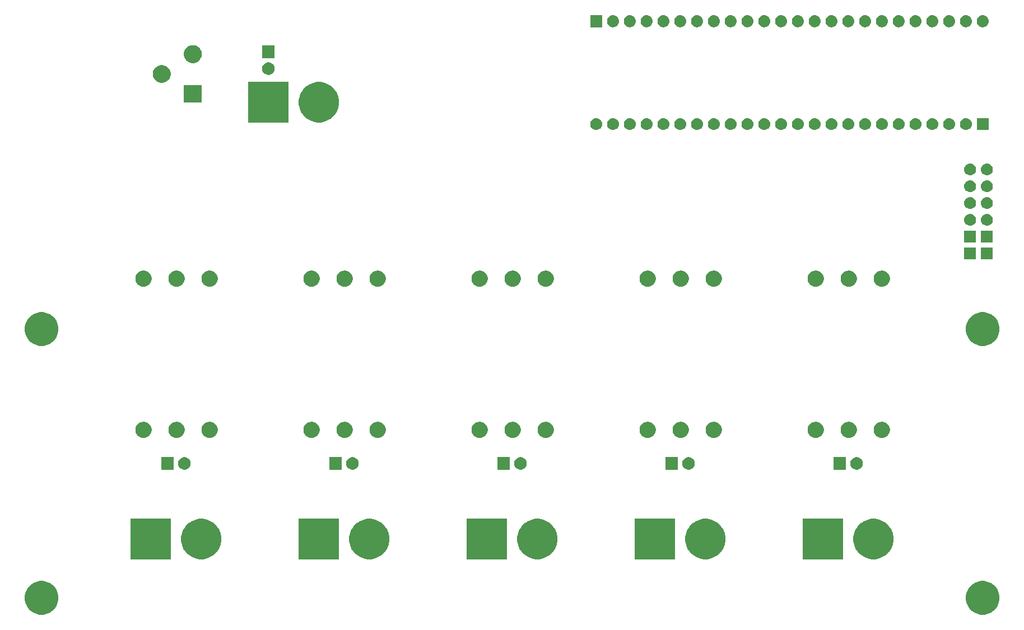
<source format=gbs>
G04 #@! TF.GenerationSoftware,KiCad,Pcbnew,(5.1.2-1)-1*
G04 #@! TF.CreationDate,2019-05-09T17:27:37-07:00*
G04 #@! TF.ProjectId,control_board,636f6e74-726f-46c5-9f62-6f6172642e6b,rev?*
G04 #@! TF.SameCoordinates,Original*
G04 #@! TF.FileFunction,Soldermask,Bot*
G04 #@! TF.FilePolarity,Negative*
%FSLAX46Y46*%
G04 Gerber Fmt 4.6, Leading zero omitted, Abs format (unit mm)*
G04 Created by KiCad (PCBNEW (5.1.2-1)-1) date 2019-05-09 17:27:37*
%MOMM*%
%LPD*%
G04 APERTURE LIST*
%ADD10C,0.100000*%
G04 APERTURE END LIST*
D10*
G36*
X221724098Y-129627033D02*
G01*
X222188350Y-129819332D01*
X222188352Y-129819333D01*
X222606168Y-130098509D01*
X222961491Y-130453832D01*
X223240667Y-130871648D01*
X223240668Y-130871650D01*
X223432967Y-131335902D01*
X223531000Y-131828747D01*
X223531000Y-132331253D01*
X223432967Y-132824098D01*
X223240668Y-133288350D01*
X223240667Y-133288352D01*
X222961491Y-133706168D01*
X222606168Y-134061491D01*
X222188352Y-134340667D01*
X222188351Y-134340668D01*
X222188350Y-134340668D01*
X221724098Y-134532967D01*
X221231253Y-134631000D01*
X220728747Y-134631000D01*
X220235902Y-134532967D01*
X219771650Y-134340668D01*
X219771649Y-134340668D01*
X219771648Y-134340667D01*
X219353832Y-134061491D01*
X218998509Y-133706168D01*
X218719333Y-133288352D01*
X218719332Y-133288350D01*
X218527033Y-132824098D01*
X218429000Y-132331253D01*
X218429000Y-131828747D01*
X218527033Y-131335902D01*
X218719332Y-130871650D01*
X218719333Y-130871648D01*
X218998509Y-130453832D01*
X219353832Y-130098509D01*
X219771648Y-129819333D01*
X219771650Y-129819332D01*
X220235902Y-129627033D01*
X220728747Y-129529000D01*
X221231253Y-129529000D01*
X221724098Y-129627033D01*
X221724098Y-129627033D01*
G37*
G36*
X79484098Y-129627033D02*
G01*
X79948350Y-129819332D01*
X79948352Y-129819333D01*
X80366168Y-130098509D01*
X80721491Y-130453832D01*
X81000667Y-130871648D01*
X81000668Y-130871650D01*
X81192967Y-131335902D01*
X81291000Y-131828747D01*
X81291000Y-132331253D01*
X81192967Y-132824098D01*
X81000668Y-133288350D01*
X81000667Y-133288352D01*
X80721491Y-133706168D01*
X80366168Y-134061491D01*
X79948352Y-134340667D01*
X79948351Y-134340668D01*
X79948350Y-134340668D01*
X79484098Y-134532967D01*
X78991253Y-134631000D01*
X78488747Y-134631000D01*
X77995902Y-134532967D01*
X77531650Y-134340668D01*
X77531649Y-134340668D01*
X77531648Y-134340667D01*
X77113832Y-134061491D01*
X76758509Y-133706168D01*
X76479333Y-133288352D01*
X76479332Y-133288350D01*
X76287033Y-132824098D01*
X76189000Y-132331253D01*
X76189000Y-131828747D01*
X76287033Y-131335902D01*
X76479332Y-130871650D01*
X76479333Y-130871648D01*
X76758509Y-130453832D01*
X77113832Y-130098509D01*
X77531648Y-129819333D01*
X77531650Y-129819332D01*
X77995902Y-129627033D01*
X78488747Y-129529000D01*
X78991253Y-129529000D01*
X79484098Y-129627033D01*
X79484098Y-129627033D01*
G37*
G36*
X179665170Y-120197879D02*
G01*
X179959868Y-120256498D01*
X180515067Y-120486469D01*
X180800867Y-120677435D01*
X181014733Y-120820335D01*
X181439665Y-121245267D01*
X181582565Y-121459133D01*
X181773531Y-121744933D01*
X182003502Y-122300132D01*
X182120740Y-122889528D01*
X182120740Y-123490472D01*
X182003502Y-124079868D01*
X181773531Y-124635067D01*
X181582565Y-124920867D01*
X181439665Y-125134733D01*
X181014733Y-125559665D01*
X180800867Y-125702565D01*
X180515067Y-125893531D01*
X179959868Y-126123502D01*
X179665170Y-126182121D01*
X179370473Y-126240740D01*
X178769527Y-126240740D01*
X178474830Y-126182121D01*
X178180132Y-126123502D01*
X177624933Y-125893531D01*
X177339133Y-125702565D01*
X177125267Y-125559665D01*
X176700335Y-125134733D01*
X176557435Y-124920867D01*
X176366469Y-124635067D01*
X176136498Y-124079868D01*
X176019260Y-123490472D01*
X176019260Y-122889528D01*
X176136498Y-122300132D01*
X176366469Y-121744933D01*
X176557435Y-121459133D01*
X176700335Y-121245267D01*
X177125267Y-120820335D01*
X177339133Y-120677435D01*
X177624933Y-120486469D01*
X178180132Y-120256498D01*
X178474830Y-120197879D01*
X178769527Y-120139260D01*
X179370473Y-120139260D01*
X179665170Y-120197879D01*
X179665170Y-120197879D01*
G37*
G36*
X174500740Y-126240740D02*
G01*
X168399260Y-126240740D01*
X168399260Y-120139260D01*
X174500740Y-120139260D01*
X174500740Y-126240740D01*
X174500740Y-126240740D01*
G37*
G36*
X154265170Y-120197879D02*
G01*
X154559868Y-120256498D01*
X155115067Y-120486469D01*
X155400867Y-120677435D01*
X155614733Y-120820335D01*
X156039665Y-121245267D01*
X156182565Y-121459133D01*
X156373531Y-121744933D01*
X156603502Y-122300132D01*
X156720740Y-122889528D01*
X156720740Y-123490472D01*
X156603502Y-124079868D01*
X156373531Y-124635067D01*
X156182565Y-124920867D01*
X156039665Y-125134733D01*
X155614733Y-125559665D01*
X155400867Y-125702565D01*
X155115067Y-125893531D01*
X154559868Y-126123502D01*
X154265170Y-126182121D01*
X153970473Y-126240740D01*
X153369527Y-126240740D01*
X153074830Y-126182121D01*
X152780132Y-126123502D01*
X152224933Y-125893531D01*
X151939133Y-125702565D01*
X151725267Y-125559665D01*
X151300335Y-125134733D01*
X151157435Y-124920867D01*
X150966469Y-124635067D01*
X150736498Y-124079868D01*
X150619260Y-123490472D01*
X150619260Y-122889528D01*
X150736498Y-122300132D01*
X150966469Y-121744933D01*
X151157435Y-121459133D01*
X151300335Y-121245267D01*
X151725267Y-120820335D01*
X151939133Y-120677435D01*
X152224933Y-120486469D01*
X152780132Y-120256498D01*
X153074830Y-120197879D01*
X153369527Y-120139260D01*
X153970473Y-120139260D01*
X154265170Y-120197879D01*
X154265170Y-120197879D01*
G37*
G36*
X149100740Y-126240740D02*
G01*
X142999260Y-126240740D01*
X142999260Y-120139260D01*
X149100740Y-120139260D01*
X149100740Y-126240740D01*
X149100740Y-126240740D01*
G37*
G36*
X128865170Y-120197879D02*
G01*
X129159868Y-120256498D01*
X129715067Y-120486469D01*
X130000867Y-120677435D01*
X130214733Y-120820335D01*
X130639665Y-121245267D01*
X130782565Y-121459133D01*
X130973531Y-121744933D01*
X131203502Y-122300132D01*
X131320740Y-122889528D01*
X131320740Y-123490472D01*
X131203502Y-124079868D01*
X130973531Y-124635067D01*
X130782565Y-124920867D01*
X130639665Y-125134733D01*
X130214733Y-125559665D01*
X130000867Y-125702565D01*
X129715067Y-125893531D01*
X129159868Y-126123502D01*
X128865170Y-126182121D01*
X128570473Y-126240740D01*
X127969527Y-126240740D01*
X127674830Y-126182121D01*
X127380132Y-126123502D01*
X126824933Y-125893531D01*
X126539133Y-125702565D01*
X126325267Y-125559665D01*
X125900335Y-125134733D01*
X125757435Y-124920867D01*
X125566469Y-124635067D01*
X125336498Y-124079868D01*
X125219260Y-123490472D01*
X125219260Y-122889528D01*
X125336498Y-122300132D01*
X125566469Y-121744933D01*
X125757435Y-121459133D01*
X125900335Y-121245267D01*
X126325267Y-120820335D01*
X126539133Y-120677435D01*
X126824933Y-120486469D01*
X127380132Y-120256498D01*
X127674830Y-120197879D01*
X127969527Y-120139260D01*
X128570473Y-120139260D01*
X128865170Y-120197879D01*
X128865170Y-120197879D01*
G37*
G36*
X123700740Y-126240740D02*
G01*
X117599260Y-126240740D01*
X117599260Y-120139260D01*
X123700740Y-120139260D01*
X123700740Y-126240740D01*
X123700740Y-126240740D01*
G37*
G36*
X103465170Y-120197879D02*
G01*
X103759868Y-120256498D01*
X104315067Y-120486469D01*
X104600867Y-120677435D01*
X104814733Y-120820335D01*
X105239665Y-121245267D01*
X105382565Y-121459133D01*
X105573531Y-121744933D01*
X105803502Y-122300132D01*
X105920740Y-122889528D01*
X105920740Y-123490472D01*
X105803502Y-124079868D01*
X105573531Y-124635067D01*
X105382565Y-124920867D01*
X105239665Y-125134733D01*
X104814733Y-125559665D01*
X104600867Y-125702565D01*
X104315067Y-125893531D01*
X103759868Y-126123502D01*
X103465170Y-126182121D01*
X103170473Y-126240740D01*
X102569527Y-126240740D01*
X102274830Y-126182121D01*
X101980132Y-126123502D01*
X101424933Y-125893531D01*
X101139133Y-125702565D01*
X100925267Y-125559665D01*
X100500335Y-125134733D01*
X100357435Y-124920867D01*
X100166469Y-124635067D01*
X99936498Y-124079868D01*
X99819260Y-123490472D01*
X99819260Y-122889528D01*
X99936498Y-122300132D01*
X100166469Y-121744933D01*
X100357435Y-121459133D01*
X100500335Y-121245267D01*
X100925267Y-120820335D01*
X101139133Y-120677435D01*
X101424933Y-120486469D01*
X101980132Y-120256498D01*
X102274830Y-120197879D01*
X102569527Y-120139260D01*
X103170473Y-120139260D01*
X103465170Y-120197879D01*
X103465170Y-120197879D01*
G37*
G36*
X98300740Y-126240740D02*
G01*
X92199260Y-126240740D01*
X92199260Y-120139260D01*
X98300740Y-120139260D01*
X98300740Y-126240740D01*
X98300740Y-126240740D01*
G37*
G36*
X205065170Y-120197879D02*
G01*
X205359868Y-120256498D01*
X205915067Y-120486469D01*
X206200867Y-120677435D01*
X206414733Y-120820335D01*
X206839665Y-121245267D01*
X206982565Y-121459133D01*
X207173531Y-121744933D01*
X207403502Y-122300132D01*
X207520740Y-122889528D01*
X207520740Y-123490472D01*
X207403502Y-124079868D01*
X207173531Y-124635067D01*
X206982565Y-124920867D01*
X206839665Y-125134733D01*
X206414733Y-125559665D01*
X206200867Y-125702565D01*
X205915067Y-125893531D01*
X205359868Y-126123502D01*
X205065170Y-126182121D01*
X204770473Y-126240740D01*
X204169527Y-126240740D01*
X203874830Y-126182121D01*
X203580132Y-126123502D01*
X203024933Y-125893531D01*
X202739133Y-125702565D01*
X202525267Y-125559665D01*
X202100335Y-125134733D01*
X201957435Y-124920867D01*
X201766469Y-124635067D01*
X201536498Y-124079868D01*
X201419260Y-123490472D01*
X201419260Y-122889528D01*
X201536498Y-122300132D01*
X201766469Y-121744933D01*
X201957435Y-121459133D01*
X202100335Y-121245267D01*
X202525267Y-120820335D01*
X202739133Y-120677435D01*
X203024933Y-120486469D01*
X203580132Y-120256498D01*
X203874830Y-120197879D01*
X204169527Y-120139260D01*
X204770473Y-120139260D01*
X205065170Y-120197879D01*
X205065170Y-120197879D01*
G37*
G36*
X199900740Y-126240740D02*
G01*
X193799260Y-126240740D01*
X193799260Y-120139260D01*
X199900740Y-120139260D01*
X199900740Y-126240740D01*
X199900740Y-126240740D01*
G37*
G36*
X202207395Y-110845546D02*
G01*
X202380466Y-110917234D01*
X202380467Y-110917235D01*
X202536227Y-111021310D01*
X202668690Y-111153773D01*
X202668691Y-111153775D01*
X202772766Y-111309534D01*
X202844454Y-111482605D01*
X202881000Y-111666333D01*
X202881000Y-111853667D01*
X202844454Y-112037395D01*
X202772766Y-112210466D01*
X202772765Y-112210467D01*
X202668690Y-112366227D01*
X202536227Y-112498690D01*
X202457818Y-112551081D01*
X202380466Y-112602766D01*
X202207395Y-112674454D01*
X202023667Y-112711000D01*
X201836333Y-112711000D01*
X201652605Y-112674454D01*
X201479534Y-112602766D01*
X201402182Y-112551081D01*
X201323773Y-112498690D01*
X201191310Y-112366227D01*
X201087235Y-112210467D01*
X201087234Y-112210466D01*
X201015546Y-112037395D01*
X200979000Y-111853667D01*
X200979000Y-111666333D01*
X201015546Y-111482605D01*
X201087234Y-111309534D01*
X201191309Y-111153775D01*
X201191310Y-111153773D01*
X201323773Y-111021310D01*
X201479533Y-110917235D01*
X201479534Y-110917234D01*
X201652605Y-110845546D01*
X201836333Y-110809000D01*
X202023667Y-110809000D01*
X202207395Y-110845546D01*
X202207395Y-110845546D01*
G37*
G36*
X200341000Y-112711000D02*
G01*
X198439000Y-112711000D01*
X198439000Y-110809000D01*
X200341000Y-110809000D01*
X200341000Y-112711000D01*
X200341000Y-112711000D01*
G37*
G36*
X174941000Y-112711000D02*
G01*
X173039000Y-112711000D01*
X173039000Y-110809000D01*
X174941000Y-110809000D01*
X174941000Y-112711000D01*
X174941000Y-112711000D01*
G37*
G36*
X176807395Y-110845546D02*
G01*
X176980466Y-110917234D01*
X176980467Y-110917235D01*
X177136227Y-111021310D01*
X177268690Y-111153773D01*
X177268691Y-111153775D01*
X177372766Y-111309534D01*
X177444454Y-111482605D01*
X177481000Y-111666333D01*
X177481000Y-111853667D01*
X177444454Y-112037395D01*
X177372766Y-112210466D01*
X177372765Y-112210467D01*
X177268690Y-112366227D01*
X177136227Y-112498690D01*
X177057818Y-112551081D01*
X176980466Y-112602766D01*
X176807395Y-112674454D01*
X176623667Y-112711000D01*
X176436333Y-112711000D01*
X176252605Y-112674454D01*
X176079534Y-112602766D01*
X176002182Y-112551081D01*
X175923773Y-112498690D01*
X175791310Y-112366227D01*
X175687235Y-112210467D01*
X175687234Y-112210466D01*
X175615546Y-112037395D01*
X175579000Y-111853667D01*
X175579000Y-111666333D01*
X175615546Y-111482605D01*
X175687234Y-111309534D01*
X175791309Y-111153775D01*
X175791310Y-111153773D01*
X175923773Y-111021310D01*
X176079533Y-110917235D01*
X176079534Y-110917234D01*
X176252605Y-110845546D01*
X176436333Y-110809000D01*
X176623667Y-110809000D01*
X176807395Y-110845546D01*
X176807395Y-110845546D01*
G37*
G36*
X149541000Y-112711000D02*
G01*
X147639000Y-112711000D01*
X147639000Y-110809000D01*
X149541000Y-110809000D01*
X149541000Y-112711000D01*
X149541000Y-112711000D01*
G37*
G36*
X151407395Y-110845546D02*
G01*
X151580466Y-110917234D01*
X151580467Y-110917235D01*
X151736227Y-111021310D01*
X151868690Y-111153773D01*
X151868691Y-111153775D01*
X151972766Y-111309534D01*
X152044454Y-111482605D01*
X152081000Y-111666333D01*
X152081000Y-111853667D01*
X152044454Y-112037395D01*
X151972766Y-112210466D01*
X151972765Y-112210467D01*
X151868690Y-112366227D01*
X151736227Y-112498690D01*
X151657818Y-112551081D01*
X151580466Y-112602766D01*
X151407395Y-112674454D01*
X151223667Y-112711000D01*
X151036333Y-112711000D01*
X150852605Y-112674454D01*
X150679534Y-112602766D01*
X150602182Y-112551081D01*
X150523773Y-112498690D01*
X150391310Y-112366227D01*
X150287235Y-112210467D01*
X150287234Y-112210466D01*
X150215546Y-112037395D01*
X150179000Y-111853667D01*
X150179000Y-111666333D01*
X150215546Y-111482605D01*
X150287234Y-111309534D01*
X150391309Y-111153775D01*
X150391310Y-111153773D01*
X150523773Y-111021310D01*
X150679533Y-110917235D01*
X150679534Y-110917234D01*
X150852605Y-110845546D01*
X151036333Y-110809000D01*
X151223667Y-110809000D01*
X151407395Y-110845546D01*
X151407395Y-110845546D01*
G37*
G36*
X124141000Y-112711000D02*
G01*
X122239000Y-112711000D01*
X122239000Y-110809000D01*
X124141000Y-110809000D01*
X124141000Y-112711000D01*
X124141000Y-112711000D01*
G37*
G36*
X126007395Y-110845546D02*
G01*
X126180466Y-110917234D01*
X126180467Y-110917235D01*
X126336227Y-111021310D01*
X126468690Y-111153773D01*
X126468691Y-111153775D01*
X126572766Y-111309534D01*
X126644454Y-111482605D01*
X126681000Y-111666333D01*
X126681000Y-111853667D01*
X126644454Y-112037395D01*
X126572766Y-112210466D01*
X126572765Y-112210467D01*
X126468690Y-112366227D01*
X126336227Y-112498690D01*
X126257818Y-112551081D01*
X126180466Y-112602766D01*
X126007395Y-112674454D01*
X125823667Y-112711000D01*
X125636333Y-112711000D01*
X125452605Y-112674454D01*
X125279534Y-112602766D01*
X125202182Y-112551081D01*
X125123773Y-112498690D01*
X124991310Y-112366227D01*
X124887235Y-112210467D01*
X124887234Y-112210466D01*
X124815546Y-112037395D01*
X124779000Y-111853667D01*
X124779000Y-111666333D01*
X124815546Y-111482605D01*
X124887234Y-111309534D01*
X124991309Y-111153775D01*
X124991310Y-111153773D01*
X125123773Y-111021310D01*
X125279533Y-110917235D01*
X125279534Y-110917234D01*
X125452605Y-110845546D01*
X125636333Y-110809000D01*
X125823667Y-110809000D01*
X126007395Y-110845546D01*
X126007395Y-110845546D01*
G37*
G36*
X100607395Y-110845546D02*
G01*
X100780466Y-110917234D01*
X100780467Y-110917235D01*
X100936227Y-111021310D01*
X101068690Y-111153773D01*
X101068691Y-111153775D01*
X101172766Y-111309534D01*
X101244454Y-111482605D01*
X101281000Y-111666333D01*
X101281000Y-111853667D01*
X101244454Y-112037395D01*
X101172766Y-112210466D01*
X101172765Y-112210467D01*
X101068690Y-112366227D01*
X100936227Y-112498690D01*
X100857818Y-112551081D01*
X100780466Y-112602766D01*
X100607395Y-112674454D01*
X100423667Y-112711000D01*
X100236333Y-112711000D01*
X100052605Y-112674454D01*
X99879534Y-112602766D01*
X99802182Y-112551081D01*
X99723773Y-112498690D01*
X99591310Y-112366227D01*
X99487235Y-112210467D01*
X99487234Y-112210466D01*
X99415546Y-112037395D01*
X99379000Y-111853667D01*
X99379000Y-111666333D01*
X99415546Y-111482605D01*
X99487234Y-111309534D01*
X99591309Y-111153775D01*
X99591310Y-111153773D01*
X99723773Y-111021310D01*
X99879533Y-110917235D01*
X99879534Y-110917234D01*
X100052605Y-110845546D01*
X100236333Y-110809000D01*
X100423667Y-110809000D01*
X100607395Y-110845546D01*
X100607395Y-110845546D01*
G37*
G36*
X98741000Y-112711000D02*
G01*
X96839000Y-112711000D01*
X96839000Y-110809000D01*
X98741000Y-110809000D01*
X98741000Y-112711000D01*
X98741000Y-112711000D01*
G37*
G36*
X206096153Y-105505922D02*
G01*
X206188194Y-105544047D01*
X206318359Y-105597963D01*
X206518342Y-105731587D01*
X206688413Y-105901658D01*
X206822037Y-106101641D01*
X206914078Y-106323848D01*
X206961000Y-106559741D01*
X206961000Y-106800259D01*
X206914078Y-107036152D01*
X206822037Y-107258359D01*
X206688413Y-107458342D01*
X206518342Y-107628413D01*
X206318359Y-107762037D01*
X206188194Y-107815953D01*
X206096153Y-107854078D01*
X205978205Y-107877539D01*
X205860259Y-107901000D01*
X205619741Y-107901000D01*
X205501795Y-107877539D01*
X205383847Y-107854078D01*
X205291806Y-107815953D01*
X205161641Y-107762037D01*
X204961658Y-107628413D01*
X204791587Y-107458342D01*
X204657963Y-107258359D01*
X204565922Y-107036152D01*
X204519000Y-106800259D01*
X204519000Y-106559741D01*
X204565922Y-106323848D01*
X204657963Y-106101641D01*
X204791587Y-105901658D01*
X204961658Y-105731587D01*
X205161641Y-105597963D01*
X205291806Y-105544047D01*
X205383847Y-105505922D01*
X205619741Y-105459000D01*
X205860259Y-105459000D01*
X206096153Y-105505922D01*
X206096153Y-105505922D01*
G37*
G36*
X201096153Y-105505922D02*
G01*
X201188194Y-105544047D01*
X201318359Y-105597963D01*
X201518342Y-105731587D01*
X201688413Y-105901658D01*
X201822037Y-106101641D01*
X201914078Y-106323848D01*
X201961000Y-106559741D01*
X201961000Y-106800259D01*
X201914078Y-107036152D01*
X201822037Y-107258359D01*
X201688413Y-107458342D01*
X201518342Y-107628413D01*
X201318359Y-107762037D01*
X201188194Y-107815953D01*
X201096153Y-107854078D01*
X200978205Y-107877539D01*
X200860259Y-107901000D01*
X200619741Y-107901000D01*
X200501795Y-107877539D01*
X200383847Y-107854078D01*
X200291806Y-107815953D01*
X200161641Y-107762037D01*
X199961658Y-107628413D01*
X199791587Y-107458342D01*
X199657963Y-107258359D01*
X199565922Y-107036152D01*
X199519000Y-106800259D01*
X199519000Y-106559741D01*
X199565922Y-106323848D01*
X199657963Y-106101641D01*
X199791587Y-105901658D01*
X199961658Y-105731587D01*
X200161641Y-105597963D01*
X200291806Y-105544047D01*
X200383847Y-105505922D01*
X200619741Y-105459000D01*
X200860259Y-105459000D01*
X201096153Y-105505922D01*
X201096153Y-105505922D01*
G37*
G36*
X99496153Y-105505922D02*
G01*
X99588194Y-105544047D01*
X99718359Y-105597963D01*
X99918342Y-105731587D01*
X100088413Y-105901658D01*
X100222037Y-106101641D01*
X100314078Y-106323848D01*
X100361000Y-106559741D01*
X100361000Y-106800259D01*
X100314078Y-107036152D01*
X100222037Y-107258359D01*
X100088413Y-107458342D01*
X99918342Y-107628413D01*
X99718359Y-107762037D01*
X99588194Y-107815953D01*
X99496153Y-107854078D01*
X99378205Y-107877539D01*
X99260259Y-107901000D01*
X99019741Y-107901000D01*
X98901795Y-107877539D01*
X98783847Y-107854078D01*
X98691806Y-107815953D01*
X98561641Y-107762037D01*
X98361658Y-107628413D01*
X98191587Y-107458342D01*
X98057963Y-107258359D01*
X97965922Y-107036152D01*
X97919000Y-106800259D01*
X97919000Y-106559741D01*
X97965922Y-106323848D01*
X98057963Y-106101641D01*
X98191587Y-105901658D01*
X98361658Y-105731587D01*
X98561641Y-105597963D01*
X98691806Y-105544047D01*
X98783847Y-105505922D01*
X99019741Y-105459000D01*
X99260259Y-105459000D01*
X99496153Y-105505922D01*
X99496153Y-105505922D01*
G37*
G36*
X180696153Y-105505922D02*
G01*
X180788194Y-105544047D01*
X180918359Y-105597963D01*
X181118342Y-105731587D01*
X181288413Y-105901658D01*
X181422037Y-106101641D01*
X181514078Y-106323848D01*
X181561000Y-106559741D01*
X181561000Y-106800259D01*
X181514078Y-107036152D01*
X181422037Y-107258359D01*
X181288413Y-107458342D01*
X181118342Y-107628413D01*
X180918359Y-107762037D01*
X180788194Y-107815953D01*
X180696153Y-107854078D01*
X180578205Y-107877539D01*
X180460259Y-107901000D01*
X180219741Y-107901000D01*
X180101795Y-107877539D01*
X179983847Y-107854078D01*
X179891806Y-107815953D01*
X179761641Y-107762037D01*
X179561658Y-107628413D01*
X179391587Y-107458342D01*
X179257963Y-107258359D01*
X179165922Y-107036152D01*
X179119000Y-106800259D01*
X179119000Y-106559741D01*
X179165922Y-106323848D01*
X179257963Y-106101641D01*
X179391587Y-105901658D01*
X179561658Y-105731587D01*
X179761641Y-105597963D01*
X179891806Y-105544047D01*
X179983847Y-105505922D01*
X180219741Y-105459000D01*
X180460259Y-105459000D01*
X180696153Y-105505922D01*
X180696153Y-105505922D01*
G37*
G36*
X175696153Y-105505922D02*
G01*
X175788194Y-105544047D01*
X175918359Y-105597963D01*
X176118342Y-105731587D01*
X176288413Y-105901658D01*
X176422037Y-106101641D01*
X176514078Y-106323848D01*
X176561000Y-106559741D01*
X176561000Y-106800259D01*
X176514078Y-107036152D01*
X176422037Y-107258359D01*
X176288413Y-107458342D01*
X176118342Y-107628413D01*
X175918359Y-107762037D01*
X175788194Y-107815953D01*
X175696153Y-107854078D01*
X175578205Y-107877539D01*
X175460259Y-107901000D01*
X175219741Y-107901000D01*
X175101795Y-107877539D01*
X174983847Y-107854078D01*
X174891806Y-107815953D01*
X174761641Y-107762037D01*
X174561658Y-107628413D01*
X174391587Y-107458342D01*
X174257963Y-107258359D01*
X174165922Y-107036152D01*
X174119000Y-106800259D01*
X174119000Y-106559741D01*
X174165922Y-106323848D01*
X174257963Y-106101641D01*
X174391587Y-105901658D01*
X174561658Y-105731587D01*
X174761641Y-105597963D01*
X174891806Y-105544047D01*
X174983847Y-105505922D01*
X175219741Y-105459000D01*
X175460259Y-105459000D01*
X175696153Y-105505922D01*
X175696153Y-105505922D01*
G37*
G36*
X170696153Y-105505922D02*
G01*
X170788194Y-105544047D01*
X170918359Y-105597963D01*
X171118342Y-105731587D01*
X171288413Y-105901658D01*
X171422037Y-106101641D01*
X171514078Y-106323848D01*
X171561000Y-106559741D01*
X171561000Y-106800259D01*
X171514078Y-107036152D01*
X171422037Y-107258359D01*
X171288413Y-107458342D01*
X171118342Y-107628413D01*
X170918359Y-107762037D01*
X170788194Y-107815953D01*
X170696153Y-107854078D01*
X170578205Y-107877539D01*
X170460259Y-107901000D01*
X170219741Y-107901000D01*
X170101795Y-107877539D01*
X169983847Y-107854078D01*
X169891806Y-107815953D01*
X169761641Y-107762037D01*
X169561658Y-107628413D01*
X169391587Y-107458342D01*
X169257963Y-107258359D01*
X169165922Y-107036152D01*
X169119000Y-106800259D01*
X169119000Y-106559741D01*
X169165922Y-106323848D01*
X169257963Y-106101641D01*
X169391587Y-105901658D01*
X169561658Y-105731587D01*
X169761641Y-105597963D01*
X169891806Y-105544047D01*
X169983847Y-105505922D01*
X170219741Y-105459000D01*
X170460259Y-105459000D01*
X170696153Y-105505922D01*
X170696153Y-105505922D01*
G37*
G36*
X196096153Y-105505922D02*
G01*
X196188194Y-105544047D01*
X196318359Y-105597963D01*
X196518342Y-105731587D01*
X196688413Y-105901658D01*
X196822037Y-106101641D01*
X196914078Y-106323848D01*
X196961000Y-106559741D01*
X196961000Y-106800259D01*
X196914078Y-107036152D01*
X196822037Y-107258359D01*
X196688413Y-107458342D01*
X196518342Y-107628413D01*
X196318359Y-107762037D01*
X196188194Y-107815953D01*
X196096153Y-107854078D01*
X195978205Y-107877539D01*
X195860259Y-107901000D01*
X195619741Y-107901000D01*
X195501795Y-107877539D01*
X195383847Y-107854078D01*
X195291806Y-107815953D01*
X195161641Y-107762037D01*
X194961658Y-107628413D01*
X194791587Y-107458342D01*
X194657963Y-107258359D01*
X194565922Y-107036152D01*
X194519000Y-106800259D01*
X194519000Y-106559741D01*
X194565922Y-106323848D01*
X194657963Y-106101641D01*
X194791587Y-105901658D01*
X194961658Y-105731587D01*
X195161641Y-105597963D01*
X195291806Y-105544047D01*
X195383847Y-105505922D01*
X195619741Y-105459000D01*
X195860259Y-105459000D01*
X196096153Y-105505922D01*
X196096153Y-105505922D01*
G37*
G36*
X155296153Y-105505922D02*
G01*
X155388194Y-105544047D01*
X155518359Y-105597963D01*
X155718342Y-105731587D01*
X155888413Y-105901658D01*
X156022037Y-106101641D01*
X156114078Y-106323848D01*
X156161000Y-106559741D01*
X156161000Y-106800259D01*
X156114078Y-107036152D01*
X156022037Y-107258359D01*
X155888413Y-107458342D01*
X155718342Y-107628413D01*
X155518359Y-107762037D01*
X155388194Y-107815953D01*
X155296153Y-107854078D01*
X155178205Y-107877539D01*
X155060259Y-107901000D01*
X154819741Y-107901000D01*
X154701795Y-107877539D01*
X154583847Y-107854078D01*
X154491806Y-107815953D01*
X154361641Y-107762037D01*
X154161658Y-107628413D01*
X153991587Y-107458342D01*
X153857963Y-107258359D01*
X153765922Y-107036152D01*
X153719000Y-106800259D01*
X153719000Y-106559741D01*
X153765922Y-106323848D01*
X153857963Y-106101641D01*
X153991587Y-105901658D01*
X154161658Y-105731587D01*
X154361641Y-105597963D01*
X154491806Y-105544047D01*
X154583847Y-105505922D01*
X154819741Y-105459000D01*
X155060259Y-105459000D01*
X155296153Y-105505922D01*
X155296153Y-105505922D01*
G37*
G36*
X150296153Y-105505922D02*
G01*
X150388194Y-105544047D01*
X150518359Y-105597963D01*
X150718342Y-105731587D01*
X150888413Y-105901658D01*
X151022037Y-106101641D01*
X151114078Y-106323848D01*
X151161000Y-106559741D01*
X151161000Y-106800259D01*
X151114078Y-107036152D01*
X151022037Y-107258359D01*
X150888413Y-107458342D01*
X150718342Y-107628413D01*
X150518359Y-107762037D01*
X150388194Y-107815953D01*
X150296153Y-107854078D01*
X150178205Y-107877539D01*
X150060259Y-107901000D01*
X149819741Y-107901000D01*
X149701795Y-107877539D01*
X149583847Y-107854078D01*
X149491806Y-107815953D01*
X149361641Y-107762037D01*
X149161658Y-107628413D01*
X148991587Y-107458342D01*
X148857963Y-107258359D01*
X148765922Y-107036152D01*
X148719000Y-106800259D01*
X148719000Y-106559741D01*
X148765922Y-106323848D01*
X148857963Y-106101641D01*
X148991587Y-105901658D01*
X149161658Y-105731587D01*
X149361641Y-105597963D01*
X149491806Y-105544047D01*
X149583847Y-105505922D01*
X149819741Y-105459000D01*
X150060259Y-105459000D01*
X150296153Y-105505922D01*
X150296153Y-105505922D01*
G37*
G36*
X145296153Y-105505922D02*
G01*
X145388194Y-105544047D01*
X145518359Y-105597963D01*
X145718342Y-105731587D01*
X145888413Y-105901658D01*
X146022037Y-106101641D01*
X146114078Y-106323848D01*
X146161000Y-106559741D01*
X146161000Y-106800259D01*
X146114078Y-107036152D01*
X146022037Y-107258359D01*
X145888413Y-107458342D01*
X145718342Y-107628413D01*
X145518359Y-107762037D01*
X145388194Y-107815953D01*
X145296153Y-107854078D01*
X145178205Y-107877539D01*
X145060259Y-107901000D01*
X144819741Y-107901000D01*
X144701795Y-107877539D01*
X144583847Y-107854078D01*
X144491806Y-107815953D01*
X144361641Y-107762037D01*
X144161658Y-107628413D01*
X143991587Y-107458342D01*
X143857963Y-107258359D01*
X143765922Y-107036152D01*
X143719000Y-106800259D01*
X143719000Y-106559741D01*
X143765922Y-106323848D01*
X143857963Y-106101641D01*
X143991587Y-105901658D01*
X144161658Y-105731587D01*
X144361641Y-105597963D01*
X144491806Y-105544047D01*
X144583847Y-105505922D01*
X144819741Y-105459000D01*
X145060259Y-105459000D01*
X145296153Y-105505922D01*
X145296153Y-105505922D01*
G37*
G36*
X129896153Y-105505922D02*
G01*
X129988194Y-105544047D01*
X130118359Y-105597963D01*
X130318342Y-105731587D01*
X130488413Y-105901658D01*
X130622037Y-106101641D01*
X130714078Y-106323848D01*
X130761000Y-106559741D01*
X130761000Y-106800259D01*
X130714078Y-107036152D01*
X130622037Y-107258359D01*
X130488413Y-107458342D01*
X130318342Y-107628413D01*
X130118359Y-107762037D01*
X129988194Y-107815953D01*
X129896153Y-107854078D01*
X129778205Y-107877539D01*
X129660259Y-107901000D01*
X129419741Y-107901000D01*
X129301795Y-107877539D01*
X129183847Y-107854078D01*
X129091806Y-107815953D01*
X128961641Y-107762037D01*
X128761658Y-107628413D01*
X128591587Y-107458342D01*
X128457963Y-107258359D01*
X128365922Y-107036152D01*
X128319000Y-106800259D01*
X128319000Y-106559741D01*
X128365922Y-106323848D01*
X128457963Y-106101641D01*
X128591587Y-105901658D01*
X128761658Y-105731587D01*
X128961641Y-105597963D01*
X129091806Y-105544047D01*
X129183847Y-105505922D01*
X129419741Y-105459000D01*
X129660259Y-105459000D01*
X129896153Y-105505922D01*
X129896153Y-105505922D01*
G37*
G36*
X124896153Y-105505922D02*
G01*
X124988194Y-105544047D01*
X125118359Y-105597963D01*
X125318342Y-105731587D01*
X125488413Y-105901658D01*
X125622037Y-106101641D01*
X125714078Y-106323848D01*
X125761000Y-106559741D01*
X125761000Y-106800259D01*
X125714078Y-107036152D01*
X125622037Y-107258359D01*
X125488413Y-107458342D01*
X125318342Y-107628413D01*
X125118359Y-107762037D01*
X124988194Y-107815953D01*
X124896153Y-107854078D01*
X124778205Y-107877539D01*
X124660259Y-107901000D01*
X124419741Y-107901000D01*
X124301795Y-107877539D01*
X124183847Y-107854078D01*
X124091806Y-107815953D01*
X123961641Y-107762037D01*
X123761658Y-107628413D01*
X123591587Y-107458342D01*
X123457963Y-107258359D01*
X123365922Y-107036152D01*
X123319000Y-106800259D01*
X123319000Y-106559741D01*
X123365922Y-106323848D01*
X123457963Y-106101641D01*
X123591587Y-105901658D01*
X123761658Y-105731587D01*
X123961641Y-105597963D01*
X124091806Y-105544047D01*
X124183847Y-105505922D01*
X124419741Y-105459000D01*
X124660259Y-105459000D01*
X124896153Y-105505922D01*
X124896153Y-105505922D01*
G37*
G36*
X119896153Y-105505922D02*
G01*
X119988194Y-105544047D01*
X120118359Y-105597963D01*
X120318342Y-105731587D01*
X120488413Y-105901658D01*
X120622037Y-106101641D01*
X120714078Y-106323848D01*
X120761000Y-106559741D01*
X120761000Y-106800259D01*
X120714078Y-107036152D01*
X120622037Y-107258359D01*
X120488413Y-107458342D01*
X120318342Y-107628413D01*
X120118359Y-107762037D01*
X119988194Y-107815953D01*
X119896153Y-107854078D01*
X119778205Y-107877539D01*
X119660259Y-107901000D01*
X119419741Y-107901000D01*
X119301795Y-107877539D01*
X119183847Y-107854078D01*
X119091806Y-107815953D01*
X118961641Y-107762037D01*
X118761658Y-107628413D01*
X118591587Y-107458342D01*
X118457963Y-107258359D01*
X118365922Y-107036152D01*
X118319000Y-106800259D01*
X118319000Y-106559741D01*
X118365922Y-106323848D01*
X118457963Y-106101641D01*
X118591587Y-105901658D01*
X118761658Y-105731587D01*
X118961641Y-105597963D01*
X119091806Y-105544047D01*
X119183847Y-105505922D01*
X119419741Y-105459000D01*
X119660259Y-105459000D01*
X119896153Y-105505922D01*
X119896153Y-105505922D01*
G37*
G36*
X104496153Y-105505922D02*
G01*
X104588194Y-105544047D01*
X104718359Y-105597963D01*
X104918342Y-105731587D01*
X105088413Y-105901658D01*
X105222037Y-106101641D01*
X105314078Y-106323848D01*
X105361000Y-106559741D01*
X105361000Y-106800259D01*
X105314078Y-107036152D01*
X105222037Y-107258359D01*
X105088413Y-107458342D01*
X104918342Y-107628413D01*
X104718359Y-107762037D01*
X104588194Y-107815953D01*
X104496153Y-107854078D01*
X104378205Y-107877539D01*
X104260259Y-107901000D01*
X104019741Y-107901000D01*
X103901795Y-107877539D01*
X103783847Y-107854078D01*
X103691806Y-107815953D01*
X103561641Y-107762037D01*
X103361658Y-107628413D01*
X103191587Y-107458342D01*
X103057963Y-107258359D01*
X102965922Y-107036152D01*
X102919000Y-106800259D01*
X102919000Y-106559741D01*
X102965922Y-106323848D01*
X103057963Y-106101641D01*
X103191587Y-105901658D01*
X103361658Y-105731587D01*
X103561641Y-105597963D01*
X103691806Y-105544047D01*
X103783847Y-105505922D01*
X104019741Y-105459000D01*
X104260259Y-105459000D01*
X104496153Y-105505922D01*
X104496153Y-105505922D01*
G37*
G36*
X94496153Y-105505922D02*
G01*
X94588194Y-105544047D01*
X94718359Y-105597963D01*
X94918342Y-105731587D01*
X95088413Y-105901658D01*
X95222037Y-106101641D01*
X95314078Y-106323848D01*
X95361000Y-106559741D01*
X95361000Y-106800259D01*
X95314078Y-107036152D01*
X95222037Y-107258359D01*
X95088413Y-107458342D01*
X94918342Y-107628413D01*
X94718359Y-107762037D01*
X94588194Y-107815953D01*
X94496153Y-107854078D01*
X94378205Y-107877539D01*
X94260259Y-107901000D01*
X94019741Y-107901000D01*
X93901795Y-107877539D01*
X93783847Y-107854078D01*
X93691806Y-107815953D01*
X93561641Y-107762037D01*
X93361658Y-107628413D01*
X93191587Y-107458342D01*
X93057963Y-107258359D01*
X92965922Y-107036152D01*
X92919000Y-106800259D01*
X92919000Y-106559741D01*
X92965922Y-106323848D01*
X93057963Y-106101641D01*
X93191587Y-105901658D01*
X93361658Y-105731587D01*
X93561641Y-105597963D01*
X93691806Y-105544047D01*
X93783847Y-105505922D01*
X94019741Y-105459000D01*
X94260259Y-105459000D01*
X94496153Y-105505922D01*
X94496153Y-105505922D01*
G37*
G36*
X221724098Y-88987033D02*
G01*
X222188350Y-89179332D01*
X222188352Y-89179333D01*
X222606168Y-89458509D01*
X222961491Y-89813832D01*
X223240667Y-90231648D01*
X223240668Y-90231650D01*
X223432967Y-90695902D01*
X223531000Y-91188747D01*
X223531000Y-91691253D01*
X223432967Y-92184098D01*
X223240668Y-92648350D01*
X223240667Y-92648352D01*
X222961491Y-93066168D01*
X222606168Y-93421491D01*
X222188352Y-93700667D01*
X222188351Y-93700668D01*
X222188350Y-93700668D01*
X221724098Y-93892967D01*
X221231253Y-93991000D01*
X220728747Y-93991000D01*
X220235902Y-93892967D01*
X219771650Y-93700668D01*
X219771649Y-93700668D01*
X219771648Y-93700667D01*
X219353832Y-93421491D01*
X218998509Y-93066168D01*
X218719333Y-92648352D01*
X218719332Y-92648350D01*
X218527033Y-92184098D01*
X218429000Y-91691253D01*
X218429000Y-91188747D01*
X218527033Y-90695902D01*
X218719332Y-90231650D01*
X218719333Y-90231648D01*
X218998509Y-89813832D01*
X219353832Y-89458509D01*
X219771648Y-89179333D01*
X219771650Y-89179332D01*
X220235902Y-88987033D01*
X220728747Y-88889000D01*
X221231253Y-88889000D01*
X221724098Y-88987033D01*
X221724098Y-88987033D01*
G37*
G36*
X79484098Y-88987033D02*
G01*
X79948350Y-89179332D01*
X79948352Y-89179333D01*
X80366168Y-89458509D01*
X80721491Y-89813832D01*
X81000667Y-90231648D01*
X81000668Y-90231650D01*
X81192967Y-90695902D01*
X81291000Y-91188747D01*
X81291000Y-91691253D01*
X81192967Y-92184098D01*
X81000668Y-92648350D01*
X81000667Y-92648352D01*
X80721491Y-93066168D01*
X80366168Y-93421491D01*
X79948352Y-93700667D01*
X79948351Y-93700668D01*
X79948350Y-93700668D01*
X79484098Y-93892967D01*
X78991253Y-93991000D01*
X78488747Y-93991000D01*
X77995902Y-93892967D01*
X77531650Y-93700668D01*
X77531649Y-93700668D01*
X77531648Y-93700667D01*
X77113832Y-93421491D01*
X76758509Y-93066168D01*
X76479333Y-92648352D01*
X76479332Y-92648350D01*
X76287033Y-92184098D01*
X76189000Y-91691253D01*
X76189000Y-91188747D01*
X76287033Y-90695902D01*
X76479332Y-90231650D01*
X76479333Y-90231648D01*
X76758509Y-89813832D01*
X77113832Y-89458509D01*
X77531648Y-89179333D01*
X77531650Y-89179332D01*
X77995902Y-88987033D01*
X78488747Y-88889000D01*
X78991253Y-88889000D01*
X79484098Y-88987033D01*
X79484098Y-88987033D01*
G37*
G36*
X129778205Y-82622461D02*
G01*
X129896153Y-82645922D01*
X129988194Y-82684047D01*
X130118359Y-82737963D01*
X130318342Y-82871587D01*
X130488413Y-83041658D01*
X130622037Y-83241641D01*
X130714078Y-83463848D01*
X130761000Y-83699741D01*
X130761000Y-83940259D01*
X130714078Y-84176152D01*
X130622037Y-84398359D01*
X130488413Y-84598342D01*
X130318342Y-84768413D01*
X130118359Y-84902037D01*
X129988194Y-84955953D01*
X129896153Y-84994078D01*
X129778205Y-85017539D01*
X129660259Y-85041000D01*
X129419741Y-85041000D01*
X129301795Y-85017539D01*
X129183847Y-84994078D01*
X129091806Y-84955953D01*
X128961641Y-84902037D01*
X128761658Y-84768413D01*
X128591587Y-84598342D01*
X128457963Y-84398359D01*
X128365922Y-84176152D01*
X128319000Y-83940259D01*
X128319000Y-83699741D01*
X128365922Y-83463848D01*
X128457963Y-83241641D01*
X128591587Y-83041658D01*
X128761658Y-82871587D01*
X128961641Y-82737963D01*
X129091806Y-82684047D01*
X129183847Y-82645922D01*
X129419741Y-82599000D01*
X129660259Y-82599000D01*
X129778205Y-82622461D01*
X129778205Y-82622461D01*
G37*
G36*
X124778205Y-82622461D02*
G01*
X124896153Y-82645922D01*
X124988194Y-82684047D01*
X125118359Y-82737963D01*
X125318342Y-82871587D01*
X125488413Y-83041658D01*
X125622037Y-83241641D01*
X125714078Y-83463848D01*
X125761000Y-83699741D01*
X125761000Y-83940259D01*
X125714078Y-84176152D01*
X125622037Y-84398359D01*
X125488413Y-84598342D01*
X125318342Y-84768413D01*
X125118359Y-84902037D01*
X124988194Y-84955953D01*
X124896153Y-84994078D01*
X124778205Y-85017539D01*
X124660259Y-85041000D01*
X124419741Y-85041000D01*
X124301795Y-85017539D01*
X124183847Y-84994078D01*
X124091806Y-84955953D01*
X123961641Y-84902037D01*
X123761658Y-84768413D01*
X123591587Y-84598342D01*
X123457963Y-84398359D01*
X123365922Y-84176152D01*
X123319000Y-83940259D01*
X123319000Y-83699741D01*
X123365922Y-83463848D01*
X123457963Y-83241641D01*
X123591587Y-83041658D01*
X123761658Y-82871587D01*
X123961641Y-82737963D01*
X124091806Y-82684047D01*
X124183847Y-82645922D01*
X124419741Y-82599000D01*
X124660259Y-82599000D01*
X124778205Y-82622461D01*
X124778205Y-82622461D01*
G37*
G36*
X119778205Y-82622461D02*
G01*
X119896153Y-82645922D01*
X119988194Y-82684047D01*
X120118359Y-82737963D01*
X120318342Y-82871587D01*
X120488413Y-83041658D01*
X120622037Y-83241641D01*
X120714078Y-83463848D01*
X120761000Y-83699741D01*
X120761000Y-83940259D01*
X120714078Y-84176152D01*
X120622037Y-84398359D01*
X120488413Y-84598342D01*
X120318342Y-84768413D01*
X120118359Y-84902037D01*
X119988194Y-84955953D01*
X119896153Y-84994078D01*
X119778205Y-85017539D01*
X119660259Y-85041000D01*
X119419741Y-85041000D01*
X119301795Y-85017539D01*
X119183847Y-84994078D01*
X119091806Y-84955953D01*
X118961641Y-84902037D01*
X118761658Y-84768413D01*
X118591587Y-84598342D01*
X118457963Y-84398359D01*
X118365922Y-84176152D01*
X118319000Y-83940259D01*
X118319000Y-83699741D01*
X118365922Y-83463848D01*
X118457963Y-83241641D01*
X118591587Y-83041658D01*
X118761658Y-82871587D01*
X118961641Y-82737963D01*
X119091806Y-82684047D01*
X119183847Y-82645922D01*
X119301795Y-82622461D01*
X119419741Y-82599000D01*
X119660259Y-82599000D01*
X119778205Y-82622461D01*
X119778205Y-82622461D01*
G37*
G36*
X170578205Y-82622461D02*
G01*
X170696153Y-82645922D01*
X170788194Y-82684047D01*
X170918359Y-82737963D01*
X171118342Y-82871587D01*
X171288413Y-83041658D01*
X171422037Y-83241641D01*
X171514078Y-83463848D01*
X171561000Y-83699741D01*
X171561000Y-83940259D01*
X171514078Y-84176152D01*
X171422037Y-84398359D01*
X171288413Y-84598342D01*
X171118342Y-84768413D01*
X170918359Y-84902037D01*
X170788194Y-84955953D01*
X170696153Y-84994078D01*
X170578205Y-85017539D01*
X170460259Y-85041000D01*
X170219741Y-85041000D01*
X170101795Y-85017539D01*
X169983847Y-84994078D01*
X169891806Y-84955953D01*
X169761641Y-84902037D01*
X169561658Y-84768413D01*
X169391587Y-84598342D01*
X169257963Y-84398359D01*
X169165922Y-84176152D01*
X169119000Y-83940259D01*
X169119000Y-83699741D01*
X169165922Y-83463848D01*
X169257963Y-83241641D01*
X169391587Y-83041658D01*
X169561658Y-82871587D01*
X169761641Y-82737963D01*
X169891806Y-82684047D01*
X169983847Y-82645922D01*
X170219741Y-82599000D01*
X170460259Y-82599000D01*
X170578205Y-82622461D01*
X170578205Y-82622461D01*
G37*
G36*
X99378205Y-82622461D02*
G01*
X99496153Y-82645922D01*
X99588194Y-82684047D01*
X99718359Y-82737963D01*
X99918342Y-82871587D01*
X100088413Y-83041658D01*
X100222037Y-83241641D01*
X100314078Y-83463848D01*
X100361000Y-83699741D01*
X100361000Y-83940259D01*
X100314078Y-84176152D01*
X100222037Y-84398359D01*
X100088413Y-84598342D01*
X99918342Y-84768413D01*
X99718359Y-84902037D01*
X99588194Y-84955953D01*
X99496153Y-84994078D01*
X99378205Y-85017539D01*
X99260259Y-85041000D01*
X99019741Y-85041000D01*
X98901795Y-85017539D01*
X98783847Y-84994078D01*
X98691806Y-84955953D01*
X98561641Y-84902037D01*
X98361658Y-84768413D01*
X98191587Y-84598342D01*
X98057963Y-84398359D01*
X97965922Y-84176152D01*
X97919000Y-83940259D01*
X97919000Y-83699741D01*
X97965922Y-83463848D01*
X98057963Y-83241641D01*
X98191587Y-83041658D01*
X98361658Y-82871587D01*
X98561641Y-82737963D01*
X98691806Y-82684047D01*
X98783847Y-82645922D01*
X98901795Y-82622461D01*
X99019741Y-82599000D01*
X99260259Y-82599000D01*
X99378205Y-82622461D01*
X99378205Y-82622461D01*
G37*
G36*
X104378205Y-82622461D02*
G01*
X104496153Y-82645922D01*
X104588194Y-82684047D01*
X104718359Y-82737963D01*
X104918342Y-82871587D01*
X105088413Y-83041658D01*
X105222037Y-83241641D01*
X105314078Y-83463848D01*
X105361000Y-83699741D01*
X105361000Y-83940259D01*
X105314078Y-84176152D01*
X105222037Y-84398359D01*
X105088413Y-84598342D01*
X104918342Y-84768413D01*
X104718359Y-84902037D01*
X104588194Y-84955953D01*
X104496153Y-84994078D01*
X104378205Y-85017539D01*
X104260259Y-85041000D01*
X104019741Y-85041000D01*
X103901795Y-85017539D01*
X103783847Y-84994078D01*
X103691806Y-84955953D01*
X103561641Y-84902037D01*
X103361658Y-84768413D01*
X103191587Y-84598342D01*
X103057963Y-84398359D01*
X102965922Y-84176152D01*
X102919000Y-83940259D01*
X102919000Y-83699741D01*
X102965922Y-83463848D01*
X103057963Y-83241641D01*
X103191587Y-83041658D01*
X103361658Y-82871587D01*
X103561641Y-82737963D01*
X103691806Y-82684047D01*
X103783847Y-82645922D01*
X103901795Y-82622461D01*
X104019741Y-82599000D01*
X104260259Y-82599000D01*
X104378205Y-82622461D01*
X104378205Y-82622461D01*
G37*
G36*
X155178205Y-82622461D02*
G01*
X155296153Y-82645922D01*
X155388194Y-82684047D01*
X155518359Y-82737963D01*
X155718342Y-82871587D01*
X155888413Y-83041658D01*
X156022037Y-83241641D01*
X156114078Y-83463848D01*
X156161000Y-83699741D01*
X156161000Y-83940259D01*
X156114078Y-84176152D01*
X156022037Y-84398359D01*
X155888413Y-84598342D01*
X155718342Y-84768413D01*
X155518359Y-84902037D01*
X155388194Y-84955953D01*
X155296153Y-84994078D01*
X155178205Y-85017539D01*
X155060259Y-85041000D01*
X154819741Y-85041000D01*
X154701795Y-85017539D01*
X154583847Y-84994078D01*
X154491806Y-84955953D01*
X154361641Y-84902037D01*
X154161658Y-84768413D01*
X153991587Y-84598342D01*
X153857963Y-84398359D01*
X153765922Y-84176152D01*
X153719000Y-83940259D01*
X153719000Y-83699741D01*
X153765922Y-83463848D01*
X153857963Y-83241641D01*
X153991587Y-83041658D01*
X154161658Y-82871587D01*
X154361641Y-82737963D01*
X154491806Y-82684047D01*
X154583847Y-82645922D01*
X154819741Y-82599000D01*
X155060259Y-82599000D01*
X155178205Y-82622461D01*
X155178205Y-82622461D01*
G37*
G36*
X150178205Y-82622461D02*
G01*
X150296153Y-82645922D01*
X150388194Y-82684047D01*
X150518359Y-82737963D01*
X150718342Y-82871587D01*
X150888413Y-83041658D01*
X151022037Y-83241641D01*
X151114078Y-83463848D01*
X151161000Y-83699741D01*
X151161000Y-83940259D01*
X151114078Y-84176152D01*
X151022037Y-84398359D01*
X150888413Y-84598342D01*
X150718342Y-84768413D01*
X150518359Y-84902037D01*
X150388194Y-84955953D01*
X150296153Y-84994078D01*
X150178205Y-85017539D01*
X150060259Y-85041000D01*
X149819741Y-85041000D01*
X149701795Y-85017539D01*
X149583847Y-84994078D01*
X149491806Y-84955953D01*
X149361641Y-84902037D01*
X149161658Y-84768413D01*
X148991587Y-84598342D01*
X148857963Y-84398359D01*
X148765922Y-84176152D01*
X148719000Y-83940259D01*
X148719000Y-83699741D01*
X148765922Y-83463848D01*
X148857963Y-83241641D01*
X148991587Y-83041658D01*
X149161658Y-82871587D01*
X149361641Y-82737963D01*
X149491806Y-82684047D01*
X149583847Y-82645922D01*
X149819741Y-82599000D01*
X150060259Y-82599000D01*
X150178205Y-82622461D01*
X150178205Y-82622461D01*
G37*
G36*
X145178205Y-82622461D02*
G01*
X145296153Y-82645922D01*
X145388194Y-82684047D01*
X145518359Y-82737963D01*
X145718342Y-82871587D01*
X145888413Y-83041658D01*
X146022037Y-83241641D01*
X146114078Y-83463848D01*
X146161000Y-83699741D01*
X146161000Y-83940259D01*
X146114078Y-84176152D01*
X146022037Y-84398359D01*
X145888413Y-84598342D01*
X145718342Y-84768413D01*
X145518359Y-84902037D01*
X145388194Y-84955953D01*
X145296153Y-84994078D01*
X145178205Y-85017539D01*
X145060259Y-85041000D01*
X144819741Y-85041000D01*
X144701795Y-85017539D01*
X144583847Y-84994078D01*
X144491806Y-84955953D01*
X144361641Y-84902037D01*
X144161658Y-84768413D01*
X143991587Y-84598342D01*
X143857963Y-84398359D01*
X143765922Y-84176152D01*
X143719000Y-83940259D01*
X143719000Y-83699741D01*
X143765922Y-83463848D01*
X143857963Y-83241641D01*
X143991587Y-83041658D01*
X144161658Y-82871587D01*
X144361641Y-82737963D01*
X144491806Y-82684047D01*
X144583847Y-82645922D01*
X144819741Y-82599000D01*
X145060259Y-82599000D01*
X145178205Y-82622461D01*
X145178205Y-82622461D01*
G37*
G36*
X205978205Y-82622461D02*
G01*
X206096153Y-82645922D01*
X206188194Y-82684047D01*
X206318359Y-82737963D01*
X206518342Y-82871587D01*
X206688413Y-83041658D01*
X206822037Y-83241641D01*
X206914078Y-83463848D01*
X206961000Y-83699741D01*
X206961000Y-83940259D01*
X206914078Y-84176152D01*
X206822037Y-84398359D01*
X206688413Y-84598342D01*
X206518342Y-84768413D01*
X206318359Y-84902037D01*
X206188194Y-84955953D01*
X206096153Y-84994078D01*
X205978205Y-85017539D01*
X205860259Y-85041000D01*
X205619741Y-85041000D01*
X205501795Y-85017539D01*
X205383847Y-84994078D01*
X205291806Y-84955953D01*
X205161641Y-84902037D01*
X204961658Y-84768413D01*
X204791587Y-84598342D01*
X204657963Y-84398359D01*
X204565922Y-84176152D01*
X204519000Y-83940259D01*
X204519000Y-83699741D01*
X204565922Y-83463848D01*
X204657963Y-83241641D01*
X204791587Y-83041658D01*
X204961658Y-82871587D01*
X205161641Y-82737963D01*
X205291806Y-82684047D01*
X205383847Y-82645922D01*
X205619741Y-82599000D01*
X205860259Y-82599000D01*
X205978205Y-82622461D01*
X205978205Y-82622461D01*
G37*
G36*
X200978205Y-82622461D02*
G01*
X201096153Y-82645922D01*
X201188194Y-82684047D01*
X201318359Y-82737963D01*
X201518342Y-82871587D01*
X201688413Y-83041658D01*
X201822037Y-83241641D01*
X201914078Y-83463848D01*
X201961000Y-83699741D01*
X201961000Y-83940259D01*
X201914078Y-84176152D01*
X201822037Y-84398359D01*
X201688413Y-84598342D01*
X201518342Y-84768413D01*
X201318359Y-84902037D01*
X201188194Y-84955953D01*
X201096153Y-84994078D01*
X200978205Y-85017539D01*
X200860259Y-85041000D01*
X200619741Y-85041000D01*
X200501795Y-85017539D01*
X200383847Y-84994078D01*
X200291806Y-84955953D01*
X200161641Y-84902037D01*
X199961658Y-84768413D01*
X199791587Y-84598342D01*
X199657963Y-84398359D01*
X199565922Y-84176152D01*
X199519000Y-83940259D01*
X199519000Y-83699741D01*
X199565922Y-83463848D01*
X199657963Y-83241641D01*
X199791587Y-83041658D01*
X199961658Y-82871587D01*
X200161641Y-82737963D01*
X200291806Y-82684047D01*
X200383847Y-82645922D01*
X200619741Y-82599000D01*
X200860259Y-82599000D01*
X200978205Y-82622461D01*
X200978205Y-82622461D01*
G37*
G36*
X195978205Y-82622461D02*
G01*
X196096153Y-82645922D01*
X196188194Y-82684047D01*
X196318359Y-82737963D01*
X196518342Y-82871587D01*
X196688413Y-83041658D01*
X196822037Y-83241641D01*
X196914078Y-83463848D01*
X196961000Y-83699741D01*
X196961000Y-83940259D01*
X196914078Y-84176152D01*
X196822037Y-84398359D01*
X196688413Y-84598342D01*
X196518342Y-84768413D01*
X196318359Y-84902037D01*
X196188194Y-84955953D01*
X196096153Y-84994078D01*
X195978205Y-85017539D01*
X195860259Y-85041000D01*
X195619741Y-85041000D01*
X195501795Y-85017539D01*
X195383847Y-84994078D01*
X195291806Y-84955953D01*
X195161641Y-84902037D01*
X194961658Y-84768413D01*
X194791587Y-84598342D01*
X194657963Y-84398359D01*
X194565922Y-84176152D01*
X194519000Y-83940259D01*
X194519000Y-83699741D01*
X194565922Y-83463848D01*
X194657963Y-83241641D01*
X194791587Y-83041658D01*
X194961658Y-82871587D01*
X195161641Y-82737963D01*
X195291806Y-82684047D01*
X195383847Y-82645922D01*
X195619741Y-82599000D01*
X195860259Y-82599000D01*
X195978205Y-82622461D01*
X195978205Y-82622461D01*
G37*
G36*
X180578205Y-82622461D02*
G01*
X180696153Y-82645922D01*
X180788194Y-82684047D01*
X180918359Y-82737963D01*
X181118342Y-82871587D01*
X181288413Y-83041658D01*
X181422037Y-83241641D01*
X181514078Y-83463848D01*
X181561000Y-83699741D01*
X181561000Y-83940259D01*
X181514078Y-84176152D01*
X181422037Y-84398359D01*
X181288413Y-84598342D01*
X181118342Y-84768413D01*
X180918359Y-84902037D01*
X180788194Y-84955953D01*
X180696153Y-84994078D01*
X180578205Y-85017539D01*
X180460259Y-85041000D01*
X180219741Y-85041000D01*
X180101795Y-85017539D01*
X179983847Y-84994078D01*
X179891806Y-84955953D01*
X179761641Y-84902037D01*
X179561658Y-84768413D01*
X179391587Y-84598342D01*
X179257963Y-84398359D01*
X179165922Y-84176152D01*
X179119000Y-83940259D01*
X179119000Y-83699741D01*
X179165922Y-83463848D01*
X179257963Y-83241641D01*
X179391587Y-83041658D01*
X179561658Y-82871587D01*
X179761641Y-82737963D01*
X179891806Y-82684047D01*
X179983847Y-82645922D01*
X180219741Y-82599000D01*
X180460259Y-82599000D01*
X180578205Y-82622461D01*
X180578205Y-82622461D01*
G37*
G36*
X175578205Y-82622461D02*
G01*
X175696153Y-82645922D01*
X175788194Y-82684047D01*
X175918359Y-82737963D01*
X176118342Y-82871587D01*
X176288413Y-83041658D01*
X176422037Y-83241641D01*
X176514078Y-83463848D01*
X176561000Y-83699741D01*
X176561000Y-83940259D01*
X176514078Y-84176152D01*
X176422037Y-84398359D01*
X176288413Y-84598342D01*
X176118342Y-84768413D01*
X175918359Y-84902037D01*
X175788194Y-84955953D01*
X175696153Y-84994078D01*
X175578205Y-85017539D01*
X175460259Y-85041000D01*
X175219741Y-85041000D01*
X175101795Y-85017539D01*
X174983847Y-84994078D01*
X174891806Y-84955953D01*
X174761641Y-84902037D01*
X174561658Y-84768413D01*
X174391587Y-84598342D01*
X174257963Y-84398359D01*
X174165922Y-84176152D01*
X174119000Y-83940259D01*
X174119000Y-83699741D01*
X174165922Y-83463848D01*
X174257963Y-83241641D01*
X174391587Y-83041658D01*
X174561658Y-82871587D01*
X174761641Y-82737963D01*
X174891806Y-82684047D01*
X174983847Y-82645922D01*
X175219741Y-82599000D01*
X175460259Y-82599000D01*
X175578205Y-82622461D01*
X175578205Y-82622461D01*
G37*
G36*
X94378205Y-82622461D02*
G01*
X94496153Y-82645922D01*
X94588194Y-82684047D01*
X94718359Y-82737963D01*
X94918342Y-82871587D01*
X95088413Y-83041658D01*
X95222037Y-83241641D01*
X95314078Y-83463848D01*
X95361000Y-83699741D01*
X95361000Y-83940259D01*
X95314078Y-84176152D01*
X95222037Y-84398359D01*
X95088413Y-84598342D01*
X94918342Y-84768413D01*
X94718359Y-84902037D01*
X94588194Y-84955953D01*
X94496153Y-84994078D01*
X94378205Y-85017539D01*
X94260259Y-85041000D01*
X94019741Y-85041000D01*
X93901795Y-85017539D01*
X93783847Y-84994078D01*
X93691806Y-84955953D01*
X93561641Y-84902037D01*
X93361658Y-84768413D01*
X93191587Y-84598342D01*
X93057963Y-84398359D01*
X92965922Y-84176152D01*
X92919000Y-83940259D01*
X92919000Y-83699741D01*
X92965922Y-83463848D01*
X93057963Y-83241641D01*
X93191587Y-83041658D01*
X93361658Y-82871587D01*
X93561641Y-82737963D01*
X93691806Y-82684047D01*
X93783847Y-82645922D01*
X93901795Y-82622461D01*
X94019741Y-82599000D01*
X94260259Y-82599000D01*
X94378205Y-82622461D01*
X94378205Y-82622461D01*
G37*
G36*
X222516000Y-80911000D02*
G01*
X220714000Y-80911000D01*
X220714000Y-79109000D01*
X222516000Y-79109000D01*
X222516000Y-80911000D01*
X222516000Y-80911000D01*
G37*
G36*
X219976000Y-80911000D02*
G01*
X218174000Y-80911000D01*
X218174000Y-79109000D01*
X219976000Y-79109000D01*
X219976000Y-80911000D01*
X219976000Y-80911000D01*
G37*
G36*
X222516000Y-78371000D02*
G01*
X220714000Y-78371000D01*
X220714000Y-76569000D01*
X222516000Y-76569000D01*
X222516000Y-78371000D01*
X222516000Y-78371000D01*
G37*
G36*
X219976000Y-78371000D02*
G01*
X218174000Y-78371000D01*
X218174000Y-76569000D01*
X219976000Y-76569000D01*
X219976000Y-78371000D01*
X219976000Y-78371000D01*
G37*
G36*
X221725442Y-74035518D02*
G01*
X221791627Y-74042037D01*
X221961466Y-74093557D01*
X222117991Y-74177222D01*
X222153729Y-74206552D01*
X222255186Y-74289814D01*
X222338448Y-74391271D01*
X222367778Y-74427009D01*
X222451443Y-74583534D01*
X222502963Y-74753373D01*
X222520359Y-74930000D01*
X222502963Y-75106627D01*
X222451443Y-75276466D01*
X222367778Y-75432991D01*
X222338448Y-75468729D01*
X222255186Y-75570186D01*
X222153729Y-75653448D01*
X222117991Y-75682778D01*
X221961466Y-75766443D01*
X221791627Y-75817963D01*
X221725442Y-75824482D01*
X221659260Y-75831000D01*
X221570740Y-75831000D01*
X221504558Y-75824482D01*
X221438373Y-75817963D01*
X221268534Y-75766443D01*
X221112009Y-75682778D01*
X221076271Y-75653448D01*
X220974814Y-75570186D01*
X220891552Y-75468729D01*
X220862222Y-75432991D01*
X220778557Y-75276466D01*
X220727037Y-75106627D01*
X220709641Y-74930000D01*
X220727037Y-74753373D01*
X220778557Y-74583534D01*
X220862222Y-74427009D01*
X220891552Y-74391271D01*
X220974814Y-74289814D01*
X221076271Y-74206552D01*
X221112009Y-74177222D01*
X221268534Y-74093557D01*
X221438373Y-74042037D01*
X221504558Y-74035518D01*
X221570740Y-74029000D01*
X221659260Y-74029000D01*
X221725442Y-74035518D01*
X221725442Y-74035518D01*
G37*
G36*
X219185442Y-74035518D02*
G01*
X219251627Y-74042037D01*
X219421466Y-74093557D01*
X219577991Y-74177222D01*
X219613729Y-74206552D01*
X219715186Y-74289814D01*
X219798448Y-74391271D01*
X219827778Y-74427009D01*
X219911443Y-74583534D01*
X219962963Y-74753373D01*
X219980359Y-74930000D01*
X219962963Y-75106627D01*
X219911443Y-75276466D01*
X219827778Y-75432991D01*
X219798448Y-75468729D01*
X219715186Y-75570186D01*
X219613729Y-75653448D01*
X219577991Y-75682778D01*
X219421466Y-75766443D01*
X219251627Y-75817963D01*
X219185442Y-75824482D01*
X219119260Y-75831000D01*
X219030740Y-75831000D01*
X218964558Y-75824482D01*
X218898373Y-75817963D01*
X218728534Y-75766443D01*
X218572009Y-75682778D01*
X218536271Y-75653448D01*
X218434814Y-75570186D01*
X218351552Y-75468729D01*
X218322222Y-75432991D01*
X218238557Y-75276466D01*
X218187037Y-75106627D01*
X218169641Y-74930000D01*
X218187037Y-74753373D01*
X218238557Y-74583534D01*
X218322222Y-74427009D01*
X218351552Y-74391271D01*
X218434814Y-74289814D01*
X218536271Y-74206552D01*
X218572009Y-74177222D01*
X218728534Y-74093557D01*
X218898373Y-74042037D01*
X218964558Y-74035518D01*
X219030740Y-74029000D01*
X219119260Y-74029000D01*
X219185442Y-74035518D01*
X219185442Y-74035518D01*
G37*
G36*
X221725443Y-71495519D02*
G01*
X221791627Y-71502037D01*
X221961466Y-71553557D01*
X222117991Y-71637222D01*
X222153729Y-71666552D01*
X222255186Y-71749814D01*
X222338448Y-71851271D01*
X222367778Y-71887009D01*
X222451443Y-72043534D01*
X222502963Y-72213373D01*
X222520359Y-72390000D01*
X222502963Y-72566627D01*
X222451443Y-72736466D01*
X222367778Y-72892991D01*
X222338448Y-72928729D01*
X222255186Y-73030186D01*
X222153729Y-73113448D01*
X222117991Y-73142778D01*
X221961466Y-73226443D01*
X221791627Y-73277963D01*
X221725443Y-73284481D01*
X221659260Y-73291000D01*
X221570740Y-73291000D01*
X221504557Y-73284481D01*
X221438373Y-73277963D01*
X221268534Y-73226443D01*
X221112009Y-73142778D01*
X221076271Y-73113448D01*
X220974814Y-73030186D01*
X220891552Y-72928729D01*
X220862222Y-72892991D01*
X220778557Y-72736466D01*
X220727037Y-72566627D01*
X220709641Y-72390000D01*
X220727037Y-72213373D01*
X220778557Y-72043534D01*
X220862222Y-71887009D01*
X220891552Y-71851271D01*
X220974814Y-71749814D01*
X221076271Y-71666552D01*
X221112009Y-71637222D01*
X221268534Y-71553557D01*
X221438373Y-71502037D01*
X221504557Y-71495519D01*
X221570740Y-71489000D01*
X221659260Y-71489000D01*
X221725443Y-71495519D01*
X221725443Y-71495519D01*
G37*
G36*
X219185443Y-71495519D02*
G01*
X219251627Y-71502037D01*
X219421466Y-71553557D01*
X219577991Y-71637222D01*
X219613729Y-71666552D01*
X219715186Y-71749814D01*
X219798448Y-71851271D01*
X219827778Y-71887009D01*
X219911443Y-72043534D01*
X219962963Y-72213373D01*
X219980359Y-72390000D01*
X219962963Y-72566627D01*
X219911443Y-72736466D01*
X219827778Y-72892991D01*
X219798448Y-72928729D01*
X219715186Y-73030186D01*
X219613729Y-73113448D01*
X219577991Y-73142778D01*
X219421466Y-73226443D01*
X219251627Y-73277963D01*
X219185443Y-73284481D01*
X219119260Y-73291000D01*
X219030740Y-73291000D01*
X218964557Y-73284481D01*
X218898373Y-73277963D01*
X218728534Y-73226443D01*
X218572009Y-73142778D01*
X218536271Y-73113448D01*
X218434814Y-73030186D01*
X218351552Y-72928729D01*
X218322222Y-72892991D01*
X218238557Y-72736466D01*
X218187037Y-72566627D01*
X218169641Y-72390000D01*
X218187037Y-72213373D01*
X218238557Y-72043534D01*
X218322222Y-71887009D01*
X218351552Y-71851271D01*
X218434814Y-71749814D01*
X218536271Y-71666552D01*
X218572009Y-71637222D01*
X218728534Y-71553557D01*
X218898373Y-71502037D01*
X218964557Y-71495519D01*
X219030740Y-71489000D01*
X219119260Y-71489000D01*
X219185443Y-71495519D01*
X219185443Y-71495519D01*
G37*
G36*
X219185443Y-68955519D02*
G01*
X219251627Y-68962037D01*
X219421466Y-69013557D01*
X219577991Y-69097222D01*
X219613729Y-69126552D01*
X219715186Y-69209814D01*
X219798448Y-69311271D01*
X219827778Y-69347009D01*
X219911443Y-69503534D01*
X219962963Y-69673373D01*
X219980359Y-69850000D01*
X219962963Y-70026627D01*
X219911443Y-70196466D01*
X219827778Y-70352991D01*
X219798448Y-70388729D01*
X219715186Y-70490186D01*
X219613729Y-70573448D01*
X219577991Y-70602778D01*
X219421466Y-70686443D01*
X219251627Y-70737963D01*
X219185443Y-70744481D01*
X219119260Y-70751000D01*
X219030740Y-70751000D01*
X218964557Y-70744481D01*
X218898373Y-70737963D01*
X218728534Y-70686443D01*
X218572009Y-70602778D01*
X218536271Y-70573448D01*
X218434814Y-70490186D01*
X218351552Y-70388729D01*
X218322222Y-70352991D01*
X218238557Y-70196466D01*
X218187037Y-70026627D01*
X218169641Y-69850000D01*
X218187037Y-69673373D01*
X218238557Y-69503534D01*
X218322222Y-69347009D01*
X218351552Y-69311271D01*
X218434814Y-69209814D01*
X218536271Y-69126552D01*
X218572009Y-69097222D01*
X218728534Y-69013557D01*
X218898373Y-68962037D01*
X218964557Y-68955519D01*
X219030740Y-68949000D01*
X219119260Y-68949000D01*
X219185443Y-68955519D01*
X219185443Y-68955519D01*
G37*
G36*
X221725443Y-68955519D02*
G01*
X221791627Y-68962037D01*
X221961466Y-69013557D01*
X222117991Y-69097222D01*
X222153729Y-69126552D01*
X222255186Y-69209814D01*
X222338448Y-69311271D01*
X222367778Y-69347009D01*
X222451443Y-69503534D01*
X222502963Y-69673373D01*
X222520359Y-69850000D01*
X222502963Y-70026627D01*
X222451443Y-70196466D01*
X222367778Y-70352991D01*
X222338448Y-70388729D01*
X222255186Y-70490186D01*
X222153729Y-70573448D01*
X222117991Y-70602778D01*
X221961466Y-70686443D01*
X221791627Y-70737963D01*
X221725443Y-70744481D01*
X221659260Y-70751000D01*
X221570740Y-70751000D01*
X221504557Y-70744481D01*
X221438373Y-70737963D01*
X221268534Y-70686443D01*
X221112009Y-70602778D01*
X221076271Y-70573448D01*
X220974814Y-70490186D01*
X220891552Y-70388729D01*
X220862222Y-70352991D01*
X220778557Y-70196466D01*
X220727037Y-70026627D01*
X220709641Y-69850000D01*
X220727037Y-69673373D01*
X220778557Y-69503534D01*
X220862222Y-69347009D01*
X220891552Y-69311271D01*
X220974814Y-69209814D01*
X221076271Y-69126552D01*
X221112009Y-69097222D01*
X221268534Y-69013557D01*
X221438373Y-68962037D01*
X221504557Y-68955519D01*
X221570740Y-68949000D01*
X221659260Y-68949000D01*
X221725443Y-68955519D01*
X221725443Y-68955519D01*
G37*
G36*
X221725443Y-66415519D02*
G01*
X221791627Y-66422037D01*
X221961466Y-66473557D01*
X222117991Y-66557222D01*
X222153729Y-66586552D01*
X222255186Y-66669814D01*
X222338448Y-66771271D01*
X222367778Y-66807009D01*
X222451443Y-66963534D01*
X222502963Y-67133373D01*
X222520359Y-67310000D01*
X222502963Y-67486627D01*
X222451443Y-67656466D01*
X222367778Y-67812991D01*
X222338448Y-67848729D01*
X222255186Y-67950186D01*
X222153729Y-68033448D01*
X222117991Y-68062778D01*
X221961466Y-68146443D01*
X221791627Y-68197963D01*
X221725443Y-68204481D01*
X221659260Y-68211000D01*
X221570740Y-68211000D01*
X221504557Y-68204481D01*
X221438373Y-68197963D01*
X221268534Y-68146443D01*
X221112009Y-68062778D01*
X221076271Y-68033448D01*
X220974814Y-67950186D01*
X220891552Y-67848729D01*
X220862222Y-67812991D01*
X220778557Y-67656466D01*
X220727037Y-67486627D01*
X220709641Y-67310000D01*
X220727037Y-67133373D01*
X220778557Y-66963534D01*
X220862222Y-66807009D01*
X220891552Y-66771271D01*
X220974814Y-66669814D01*
X221076271Y-66586552D01*
X221112009Y-66557222D01*
X221268534Y-66473557D01*
X221438373Y-66422037D01*
X221504557Y-66415519D01*
X221570740Y-66409000D01*
X221659260Y-66409000D01*
X221725443Y-66415519D01*
X221725443Y-66415519D01*
G37*
G36*
X219185443Y-66415519D02*
G01*
X219251627Y-66422037D01*
X219421466Y-66473557D01*
X219577991Y-66557222D01*
X219613729Y-66586552D01*
X219715186Y-66669814D01*
X219798448Y-66771271D01*
X219827778Y-66807009D01*
X219911443Y-66963534D01*
X219962963Y-67133373D01*
X219980359Y-67310000D01*
X219962963Y-67486627D01*
X219911443Y-67656466D01*
X219827778Y-67812991D01*
X219798448Y-67848729D01*
X219715186Y-67950186D01*
X219613729Y-68033448D01*
X219577991Y-68062778D01*
X219421466Y-68146443D01*
X219251627Y-68197963D01*
X219185443Y-68204481D01*
X219119260Y-68211000D01*
X219030740Y-68211000D01*
X218964557Y-68204481D01*
X218898373Y-68197963D01*
X218728534Y-68146443D01*
X218572009Y-68062778D01*
X218536271Y-68033448D01*
X218434814Y-67950186D01*
X218351552Y-67848729D01*
X218322222Y-67812991D01*
X218238557Y-67656466D01*
X218187037Y-67486627D01*
X218169641Y-67310000D01*
X218187037Y-67133373D01*
X218238557Y-66963534D01*
X218322222Y-66807009D01*
X218351552Y-66771271D01*
X218434814Y-66669814D01*
X218536271Y-66586552D01*
X218572009Y-66557222D01*
X218728534Y-66473557D01*
X218898373Y-66422037D01*
X218964557Y-66415519D01*
X219030740Y-66409000D01*
X219119260Y-66409000D01*
X219185443Y-66415519D01*
X219185443Y-66415519D01*
G37*
G36*
X218550443Y-59557519D02*
G01*
X218616627Y-59564037D01*
X218786466Y-59615557D01*
X218942991Y-59699222D01*
X218978729Y-59728552D01*
X219080186Y-59811814D01*
X219163448Y-59913271D01*
X219192778Y-59949009D01*
X219276443Y-60105534D01*
X219327963Y-60275373D01*
X219345359Y-60452000D01*
X219327963Y-60628627D01*
X219276443Y-60798466D01*
X219192778Y-60954991D01*
X219163448Y-60990729D01*
X219080186Y-61092186D01*
X218978729Y-61175448D01*
X218942991Y-61204778D01*
X218786466Y-61288443D01*
X218616627Y-61339963D01*
X218550443Y-61346481D01*
X218484260Y-61353000D01*
X218395740Y-61353000D01*
X218329557Y-61346481D01*
X218263373Y-61339963D01*
X218093534Y-61288443D01*
X217937009Y-61204778D01*
X217901271Y-61175448D01*
X217799814Y-61092186D01*
X217716552Y-60990729D01*
X217687222Y-60954991D01*
X217603557Y-60798466D01*
X217552037Y-60628627D01*
X217534641Y-60452000D01*
X217552037Y-60275373D01*
X217603557Y-60105534D01*
X217687222Y-59949009D01*
X217716552Y-59913271D01*
X217799814Y-59811814D01*
X217901271Y-59728552D01*
X217937009Y-59699222D01*
X218093534Y-59615557D01*
X218263373Y-59564037D01*
X218329557Y-59557519D01*
X218395740Y-59551000D01*
X218484260Y-59551000D01*
X218550443Y-59557519D01*
X218550443Y-59557519D01*
G37*
G36*
X216010443Y-59557519D02*
G01*
X216076627Y-59564037D01*
X216246466Y-59615557D01*
X216402991Y-59699222D01*
X216438729Y-59728552D01*
X216540186Y-59811814D01*
X216623448Y-59913271D01*
X216652778Y-59949009D01*
X216736443Y-60105534D01*
X216787963Y-60275373D01*
X216805359Y-60452000D01*
X216787963Y-60628627D01*
X216736443Y-60798466D01*
X216652778Y-60954991D01*
X216623448Y-60990729D01*
X216540186Y-61092186D01*
X216438729Y-61175448D01*
X216402991Y-61204778D01*
X216246466Y-61288443D01*
X216076627Y-61339963D01*
X216010443Y-61346481D01*
X215944260Y-61353000D01*
X215855740Y-61353000D01*
X215789557Y-61346481D01*
X215723373Y-61339963D01*
X215553534Y-61288443D01*
X215397009Y-61204778D01*
X215361271Y-61175448D01*
X215259814Y-61092186D01*
X215176552Y-60990729D01*
X215147222Y-60954991D01*
X215063557Y-60798466D01*
X215012037Y-60628627D01*
X214994641Y-60452000D01*
X215012037Y-60275373D01*
X215063557Y-60105534D01*
X215147222Y-59949009D01*
X215176552Y-59913271D01*
X215259814Y-59811814D01*
X215361271Y-59728552D01*
X215397009Y-59699222D01*
X215553534Y-59615557D01*
X215723373Y-59564037D01*
X215789557Y-59557519D01*
X215855740Y-59551000D01*
X215944260Y-59551000D01*
X216010443Y-59557519D01*
X216010443Y-59557519D01*
G37*
G36*
X221881000Y-61353000D02*
G01*
X220079000Y-61353000D01*
X220079000Y-59551000D01*
X221881000Y-59551000D01*
X221881000Y-61353000D01*
X221881000Y-61353000D01*
G37*
G36*
X162670443Y-59557519D02*
G01*
X162736627Y-59564037D01*
X162906466Y-59615557D01*
X163062991Y-59699222D01*
X163098729Y-59728552D01*
X163200186Y-59811814D01*
X163283448Y-59913271D01*
X163312778Y-59949009D01*
X163396443Y-60105534D01*
X163447963Y-60275373D01*
X163465359Y-60452000D01*
X163447963Y-60628627D01*
X163396443Y-60798466D01*
X163312778Y-60954991D01*
X163283448Y-60990729D01*
X163200186Y-61092186D01*
X163098729Y-61175448D01*
X163062991Y-61204778D01*
X162906466Y-61288443D01*
X162736627Y-61339963D01*
X162670443Y-61346481D01*
X162604260Y-61353000D01*
X162515740Y-61353000D01*
X162449557Y-61346481D01*
X162383373Y-61339963D01*
X162213534Y-61288443D01*
X162057009Y-61204778D01*
X162021271Y-61175448D01*
X161919814Y-61092186D01*
X161836552Y-60990729D01*
X161807222Y-60954991D01*
X161723557Y-60798466D01*
X161672037Y-60628627D01*
X161654641Y-60452000D01*
X161672037Y-60275373D01*
X161723557Y-60105534D01*
X161807222Y-59949009D01*
X161836552Y-59913271D01*
X161919814Y-59811814D01*
X162021271Y-59728552D01*
X162057009Y-59699222D01*
X162213534Y-59615557D01*
X162383373Y-59564037D01*
X162449557Y-59557519D01*
X162515740Y-59551000D01*
X162604260Y-59551000D01*
X162670443Y-59557519D01*
X162670443Y-59557519D01*
G37*
G36*
X172830443Y-59557519D02*
G01*
X172896627Y-59564037D01*
X173066466Y-59615557D01*
X173222991Y-59699222D01*
X173258729Y-59728552D01*
X173360186Y-59811814D01*
X173443448Y-59913271D01*
X173472778Y-59949009D01*
X173556443Y-60105534D01*
X173607963Y-60275373D01*
X173625359Y-60452000D01*
X173607963Y-60628627D01*
X173556443Y-60798466D01*
X173472778Y-60954991D01*
X173443448Y-60990729D01*
X173360186Y-61092186D01*
X173258729Y-61175448D01*
X173222991Y-61204778D01*
X173066466Y-61288443D01*
X172896627Y-61339963D01*
X172830443Y-61346481D01*
X172764260Y-61353000D01*
X172675740Y-61353000D01*
X172609557Y-61346481D01*
X172543373Y-61339963D01*
X172373534Y-61288443D01*
X172217009Y-61204778D01*
X172181271Y-61175448D01*
X172079814Y-61092186D01*
X171996552Y-60990729D01*
X171967222Y-60954991D01*
X171883557Y-60798466D01*
X171832037Y-60628627D01*
X171814641Y-60452000D01*
X171832037Y-60275373D01*
X171883557Y-60105534D01*
X171967222Y-59949009D01*
X171996552Y-59913271D01*
X172079814Y-59811814D01*
X172181271Y-59728552D01*
X172217009Y-59699222D01*
X172373534Y-59615557D01*
X172543373Y-59564037D01*
X172609557Y-59557519D01*
X172675740Y-59551000D01*
X172764260Y-59551000D01*
X172830443Y-59557519D01*
X172830443Y-59557519D01*
G37*
G36*
X213470443Y-59557519D02*
G01*
X213536627Y-59564037D01*
X213706466Y-59615557D01*
X213862991Y-59699222D01*
X213898729Y-59728552D01*
X214000186Y-59811814D01*
X214083448Y-59913271D01*
X214112778Y-59949009D01*
X214196443Y-60105534D01*
X214247963Y-60275373D01*
X214265359Y-60452000D01*
X214247963Y-60628627D01*
X214196443Y-60798466D01*
X214112778Y-60954991D01*
X214083448Y-60990729D01*
X214000186Y-61092186D01*
X213898729Y-61175448D01*
X213862991Y-61204778D01*
X213706466Y-61288443D01*
X213536627Y-61339963D01*
X213470443Y-61346481D01*
X213404260Y-61353000D01*
X213315740Y-61353000D01*
X213249557Y-61346481D01*
X213183373Y-61339963D01*
X213013534Y-61288443D01*
X212857009Y-61204778D01*
X212821271Y-61175448D01*
X212719814Y-61092186D01*
X212636552Y-60990729D01*
X212607222Y-60954991D01*
X212523557Y-60798466D01*
X212472037Y-60628627D01*
X212454641Y-60452000D01*
X212472037Y-60275373D01*
X212523557Y-60105534D01*
X212607222Y-59949009D01*
X212636552Y-59913271D01*
X212719814Y-59811814D01*
X212821271Y-59728552D01*
X212857009Y-59699222D01*
X213013534Y-59615557D01*
X213183373Y-59564037D01*
X213249557Y-59557519D01*
X213315740Y-59551000D01*
X213404260Y-59551000D01*
X213470443Y-59557519D01*
X213470443Y-59557519D01*
G37*
G36*
X210930443Y-59557519D02*
G01*
X210996627Y-59564037D01*
X211166466Y-59615557D01*
X211322991Y-59699222D01*
X211358729Y-59728552D01*
X211460186Y-59811814D01*
X211543448Y-59913271D01*
X211572778Y-59949009D01*
X211656443Y-60105534D01*
X211707963Y-60275373D01*
X211725359Y-60452000D01*
X211707963Y-60628627D01*
X211656443Y-60798466D01*
X211572778Y-60954991D01*
X211543448Y-60990729D01*
X211460186Y-61092186D01*
X211358729Y-61175448D01*
X211322991Y-61204778D01*
X211166466Y-61288443D01*
X210996627Y-61339963D01*
X210930443Y-61346481D01*
X210864260Y-61353000D01*
X210775740Y-61353000D01*
X210709557Y-61346481D01*
X210643373Y-61339963D01*
X210473534Y-61288443D01*
X210317009Y-61204778D01*
X210281271Y-61175448D01*
X210179814Y-61092186D01*
X210096552Y-60990729D01*
X210067222Y-60954991D01*
X209983557Y-60798466D01*
X209932037Y-60628627D01*
X209914641Y-60452000D01*
X209932037Y-60275373D01*
X209983557Y-60105534D01*
X210067222Y-59949009D01*
X210096552Y-59913271D01*
X210179814Y-59811814D01*
X210281271Y-59728552D01*
X210317009Y-59699222D01*
X210473534Y-59615557D01*
X210643373Y-59564037D01*
X210709557Y-59557519D01*
X210775740Y-59551000D01*
X210864260Y-59551000D01*
X210930443Y-59557519D01*
X210930443Y-59557519D01*
G37*
G36*
X208390443Y-59557519D02*
G01*
X208456627Y-59564037D01*
X208626466Y-59615557D01*
X208782991Y-59699222D01*
X208818729Y-59728552D01*
X208920186Y-59811814D01*
X209003448Y-59913271D01*
X209032778Y-59949009D01*
X209116443Y-60105534D01*
X209167963Y-60275373D01*
X209185359Y-60452000D01*
X209167963Y-60628627D01*
X209116443Y-60798466D01*
X209032778Y-60954991D01*
X209003448Y-60990729D01*
X208920186Y-61092186D01*
X208818729Y-61175448D01*
X208782991Y-61204778D01*
X208626466Y-61288443D01*
X208456627Y-61339963D01*
X208390443Y-61346481D01*
X208324260Y-61353000D01*
X208235740Y-61353000D01*
X208169557Y-61346481D01*
X208103373Y-61339963D01*
X207933534Y-61288443D01*
X207777009Y-61204778D01*
X207741271Y-61175448D01*
X207639814Y-61092186D01*
X207556552Y-60990729D01*
X207527222Y-60954991D01*
X207443557Y-60798466D01*
X207392037Y-60628627D01*
X207374641Y-60452000D01*
X207392037Y-60275373D01*
X207443557Y-60105534D01*
X207527222Y-59949009D01*
X207556552Y-59913271D01*
X207639814Y-59811814D01*
X207741271Y-59728552D01*
X207777009Y-59699222D01*
X207933534Y-59615557D01*
X208103373Y-59564037D01*
X208169557Y-59557519D01*
X208235740Y-59551000D01*
X208324260Y-59551000D01*
X208390443Y-59557519D01*
X208390443Y-59557519D01*
G37*
G36*
X205850443Y-59557519D02*
G01*
X205916627Y-59564037D01*
X206086466Y-59615557D01*
X206242991Y-59699222D01*
X206278729Y-59728552D01*
X206380186Y-59811814D01*
X206463448Y-59913271D01*
X206492778Y-59949009D01*
X206576443Y-60105534D01*
X206627963Y-60275373D01*
X206645359Y-60452000D01*
X206627963Y-60628627D01*
X206576443Y-60798466D01*
X206492778Y-60954991D01*
X206463448Y-60990729D01*
X206380186Y-61092186D01*
X206278729Y-61175448D01*
X206242991Y-61204778D01*
X206086466Y-61288443D01*
X205916627Y-61339963D01*
X205850443Y-61346481D01*
X205784260Y-61353000D01*
X205695740Y-61353000D01*
X205629557Y-61346481D01*
X205563373Y-61339963D01*
X205393534Y-61288443D01*
X205237009Y-61204778D01*
X205201271Y-61175448D01*
X205099814Y-61092186D01*
X205016552Y-60990729D01*
X204987222Y-60954991D01*
X204903557Y-60798466D01*
X204852037Y-60628627D01*
X204834641Y-60452000D01*
X204852037Y-60275373D01*
X204903557Y-60105534D01*
X204987222Y-59949009D01*
X205016552Y-59913271D01*
X205099814Y-59811814D01*
X205201271Y-59728552D01*
X205237009Y-59699222D01*
X205393534Y-59615557D01*
X205563373Y-59564037D01*
X205629557Y-59557519D01*
X205695740Y-59551000D01*
X205784260Y-59551000D01*
X205850443Y-59557519D01*
X205850443Y-59557519D01*
G37*
G36*
X203310443Y-59557519D02*
G01*
X203376627Y-59564037D01*
X203546466Y-59615557D01*
X203702991Y-59699222D01*
X203738729Y-59728552D01*
X203840186Y-59811814D01*
X203923448Y-59913271D01*
X203952778Y-59949009D01*
X204036443Y-60105534D01*
X204087963Y-60275373D01*
X204105359Y-60452000D01*
X204087963Y-60628627D01*
X204036443Y-60798466D01*
X203952778Y-60954991D01*
X203923448Y-60990729D01*
X203840186Y-61092186D01*
X203738729Y-61175448D01*
X203702991Y-61204778D01*
X203546466Y-61288443D01*
X203376627Y-61339963D01*
X203310443Y-61346481D01*
X203244260Y-61353000D01*
X203155740Y-61353000D01*
X203089557Y-61346481D01*
X203023373Y-61339963D01*
X202853534Y-61288443D01*
X202697009Y-61204778D01*
X202661271Y-61175448D01*
X202559814Y-61092186D01*
X202476552Y-60990729D01*
X202447222Y-60954991D01*
X202363557Y-60798466D01*
X202312037Y-60628627D01*
X202294641Y-60452000D01*
X202312037Y-60275373D01*
X202363557Y-60105534D01*
X202447222Y-59949009D01*
X202476552Y-59913271D01*
X202559814Y-59811814D01*
X202661271Y-59728552D01*
X202697009Y-59699222D01*
X202853534Y-59615557D01*
X203023373Y-59564037D01*
X203089557Y-59557519D01*
X203155740Y-59551000D01*
X203244260Y-59551000D01*
X203310443Y-59557519D01*
X203310443Y-59557519D01*
G37*
G36*
X200770443Y-59557519D02*
G01*
X200836627Y-59564037D01*
X201006466Y-59615557D01*
X201162991Y-59699222D01*
X201198729Y-59728552D01*
X201300186Y-59811814D01*
X201383448Y-59913271D01*
X201412778Y-59949009D01*
X201496443Y-60105534D01*
X201547963Y-60275373D01*
X201565359Y-60452000D01*
X201547963Y-60628627D01*
X201496443Y-60798466D01*
X201412778Y-60954991D01*
X201383448Y-60990729D01*
X201300186Y-61092186D01*
X201198729Y-61175448D01*
X201162991Y-61204778D01*
X201006466Y-61288443D01*
X200836627Y-61339963D01*
X200770443Y-61346481D01*
X200704260Y-61353000D01*
X200615740Y-61353000D01*
X200549557Y-61346481D01*
X200483373Y-61339963D01*
X200313534Y-61288443D01*
X200157009Y-61204778D01*
X200121271Y-61175448D01*
X200019814Y-61092186D01*
X199936552Y-60990729D01*
X199907222Y-60954991D01*
X199823557Y-60798466D01*
X199772037Y-60628627D01*
X199754641Y-60452000D01*
X199772037Y-60275373D01*
X199823557Y-60105534D01*
X199907222Y-59949009D01*
X199936552Y-59913271D01*
X200019814Y-59811814D01*
X200121271Y-59728552D01*
X200157009Y-59699222D01*
X200313534Y-59615557D01*
X200483373Y-59564037D01*
X200549557Y-59557519D01*
X200615740Y-59551000D01*
X200704260Y-59551000D01*
X200770443Y-59557519D01*
X200770443Y-59557519D01*
G37*
G36*
X198230443Y-59557519D02*
G01*
X198296627Y-59564037D01*
X198466466Y-59615557D01*
X198622991Y-59699222D01*
X198658729Y-59728552D01*
X198760186Y-59811814D01*
X198843448Y-59913271D01*
X198872778Y-59949009D01*
X198956443Y-60105534D01*
X199007963Y-60275373D01*
X199025359Y-60452000D01*
X199007963Y-60628627D01*
X198956443Y-60798466D01*
X198872778Y-60954991D01*
X198843448Y-60990729D01*
X198760186Y-61092186D01*
X198658729Y-61175448D01*
X198622991Y-61204778D01*
X198466466Y-61288443D01*
X198296627Y-61339963D01*
X198230443Y-61346481D01*
X198164260Y-61353000D01*
X198075740Y-61353000D01*
X198009557Y-61346481D01*
X197943373Y-61339963D01*
X197773534Y-61288443D01*
X197617009Y-61204778D01*
X197581271Y-61175448D01*
X197479814Y-61092186D01*
X197396552Y-60990729D01*
X197367222Y-60954991D01*
X197283557Y-60798466D01*
X197232037Y-60628627D01*
X197214641Y-60452000D01*
X197232037Y-60275373D01*
X197283557Y-60105534D01*
X197367222Y-59949009D01*
X197396552Y-59913271D01*
X197479814Y-59811814D01*
X197581271Y-59728552D01*
X197617009Y-59699222D01*
X197773534Y-59615557D01*
X197943373Y-59564037D01*
X198009557Y-59557519D01*
X198075740Y-59551000D01*
X198164260Y-59551000D01*
X198230443Y-59557519D01*
X198230443Y-59557519D01*
G37*
G36*
X195690443Y-59557519D02*
G01*
X195756627Y-59564037D01*
X195926466Y-59615557D01*
X196082991Y-59699222D01*
X196118729Y-59728552D01*
X196220186Y-59811814D01*
X196303448Y-59913271D01*
X196332778Y-59949009D01*
X196416443Y-60105534D01*
X196467963Y-60275373D01*
X196485359Y-60452000D01*
X196467963Y-60628627D01*
X196416443Y-60798466D01*
X196332778Y-60954991D01*
X196303448Y-60990729D01*
X196220186Y-61092186D01*
X196118729Y-61175448D01*
X196082991Y-61204778D01*
X195926466Y-61288443D01*
X195756627Y-61339963D01*
X195690443Y-61346481D01*
X195624260Y-61353000D01*
X195535740Y-61353000D01*
X195469557Y-61346481D01*
X195403373Y-61339963D01*
X195233534Y-61288443D01*
X195077009Y-61204778D01*
X195041271Y-61175448D01*
X194939814Y-61092186D01*
X194856552Y-60990729D01*
X194827222Y-60954991D01*
X194743557Y-60798466D01*
X194692037Y-60628627D01*
X194674641Y-60452000D01*
X194692037Y-60275373D01*
X194743557Y-60105534D01*
X194827222Y-59949009D01*
X194856552Y-59913271D01*
X194939814Y-59811814D01*
X195041271Y-59728552D01*
X195077009Y-59699222D01*
X195233534Y-59615557D01*
X195403373Y-59564037D01*
X195469557Y-59557519D01*
X195535740Y-59551000D01*
X195624260Y-59551000D01*
X195690443Y-59557519D01*
X195690443Y-59557519D01*
G37*
G36*
X193150443Y-59557519D02*
G01*
X193216627Y-59564037D01*
X193386466Y-59615557D01*
X193542991Y-59699222D01*
X193578729Y-59728552D01*
X193680186Y-59811814D01*
X193763448Y-59913271D01*
X193792778Y-59949009D01*
X193876443Y-60105534D01*
X193927963Y-60275373D01*
X193945359Y-60452000D01*
X193927963Y-60628627D01*
X193876443Y-60798466D01*
X193792778Y-60954991D01*
X193763448Y-60990729D01*
X193680186Y-61092186D01*
X193578729Y-61175448D01*
X193542991Y-61204778D01*
X193386466Y-61288443D01*
X193216627Y-61339963D01*
X193150443Y-61346481D01*
X193084260Y-61353000D01*
X192995740Y-61353000D01*
X192929557Y-61346481D01*
X192863373Y-61339963D01*
X192693534Y-61288443D01*
X192537009Y-61204778D01*
X192501271Y-61175448D01*
X192399814Y-61092186D01*
X192316552Y-60990729D01*
X192287222Y-60954991D01*
X192203557Y-60798466D01*
X192152037Y-60628627D01*
X192134641Y-60452000D01*
X192152037Y-60275373D01*
X192203557Y-60105534D01*
X192287222Y-59949009D01*
X192316552Y-59913271D01*
X192399814Y-59811814D01*
X192501271Y-59728552D01*
X192537009Y-59699222D01*
X192693534Y-59615557D01*
X192863373Y-59564037D01*
X192929557Y-59557519D01*
X192995740Y-59551000D01*
X193084260Y-59551000D01*
X193150443Y-59557519D01*
X193150443Y-59557519D01*
G37*
G36*
X190610443Y-59557519D02*
G01*
X190676627Y-59564037D01*
X190846466Y-59615557D01*
X191002991Y-59699222D01*
X191038729Y-59728552D01*
X191140186Y-59811814D01*
X191223448Y-59913271D01*
X191252778Y-59949009D01*
X191336443Y-60105534D01*
X191387963Y-60275373D01*
X191405359Y-60452000D01*
X191387963Y-60628627D01*
X191336443Y-60798466D01*
X191252778Y-60954991D01*
X191223448Y-60990729D01*
X191140186Y-61092186D01*
X191038729Y-61175448D01*
X191002991Y-61204778D01*
X190846466Y-61288443D01*
X190676627Y-61339963D01*
X190610443Y-61346481D01*
X190544260Y-61353000D01*
X190455740Y-61353000D01*
X190389557Y-61346481D01*
X190323373Y-61339963D01*
X190153534Y-61288443D01*
X189997009Y-61204778D01*
X189961271Y-61175448D01*
X189859814Y-61092186D01*
X189776552Y-60990729D01*
X189747222Y-60954991D01*
X189663557Y-60798466D01*
X189612037Y-60628627D01*
X189594641Y-60452000D01*
X189612037Y-60275373D01*
X189663557Y-60105534D01*
X189747222Y-59949009D01*
X189776552Y-59913271D01*
X189859814Y-59811814D01*
X189961271Y-59728552D01*
X189997009Y-59699222D01*
X190153534Y-59615557D01*
X190323373Y-59564037D01*
X190389557Y-59557519D01*
X190455740Y-59551000D01*
X190544260Y-59551000D01*
X190610443Y-59557519D01*
X190610443Y-59557519D01*
G37*
G36*
X188070443Y-59557519D02*
G01*
X188136627Y-59564037D01*
X188306466Y-59615557D01*
X188462991Y-59699222D01*
X188498729Y-59728552D01*
X188600186Y-59811814D01*
X188683448Y-59913271D01*
X188712778Y-59949009D01*
X188796443Y-60105534D01*
X188847963Y-60275373D01*
X188865359Y-60452000D01*
X188847963Y-60628627D01*
X188796443Y-60798466D01*
X188712778Y-60954991D01*
X188683448Y-60990729D01*
X188600186Y-61092186D01*
X188498729Y-61175448D01*
X188462991Y-61204778D01*
X188306466Y-61288443D01*
X188136627Y-61339963D01*
X188070443Y-61346481D01*
X188004260Y-61353000D01*
X187915740Y-61353000D01*
X187849557Y-61346481D01*
X187783373Y-61339963D01*
X187613534Y-61288443D01*
X187457009Y-61204778D01*
X187421271Y-61175448D01*
X187319814Y-61092186D01*
X187236552Y-60990729D01*
X187207222Y-60954991D01*
X187123557Y-60798466D01*
X187072037Y-60628627D01*
X187054641Y-60452000D01*
X187072037Y-60275373D01*
X187123557Y-60105534D01*
X187207222Y-59949009D01*
X187236552Y-59913271D01*
X187319814Y-59811814D01*
X187421271Y-59728552D01*
X187457009Y-59699222D01*
X187613534Y-59615557D01*
X187783373Y-59564037D01*
X187849557Y-59557519D01*
X187915740Y-59551000D01*
X188004260Y-59551000D01*
X188070443Y-59557519D01*
X188070443Y-59557519D01*
G37*
G36*
X185530443Y-59557519D02*
G01*
X185596627Y-59564037D01*
X185766466Y-59615557D01*
X185922991Y-59699222D01*
X185958729Y-59728552D01*
X186060186Y-59811814D01*
X186143448Y-59913271D01*
X186172778Y-59949009D01*
X186256443Y-60105534D01*
X186307963Y-60275373D01*
X186325359Y-60452000D01*
X186307963Y-60628627D01*
X186256443Y-60798466D01*
X186172778Y-60954991D01*
X186143448Y-60990729D01*
X186060186Y-61092186D01*
X185958729Y-61175448D01*
X185922991Y-61204778D01*
X185766466Y-61288443D01*
X185596627Y-61339963D01*
X185530443Y-61346481D01*
X185464260Y-61353000D01*
X185375740Y-61353000D01*
X185309557Y-61346481D01*
X185243373Y-61339963D01*
X185073534Y-61288443D01*
X184917009Y-61204778D01*
X184881271Y-61175448D01*
X184779814Y-61092186D01*
X184696552Y-60990729D01*
X184667222Y-60954991D01*
X184583557Y-60798466D01*
X184532037Y-60628627D01*
X184514641Y-60452000D01*
X184532037Y-60275373D01*
X184583557Y-60105534D01*
X184667222Y-59949009D01*
X184696552Y-59913271D01*
X184779814Y-59811814D01*
X184881271Y-59728552D01*
X184917009Y-59699222D01*
X185073534Y-59615557D01*
X185243373Y-59564037D01*
X185309557Y-59557519D01*
X185375740Y-59551000D01*
X185464260Y-59551000D01*
X185530443Y-59557519D01*
X185530443Y-59557519D01*
G37*
G36*
X182990443Y-59557519D02*
G01*
X183056627Y-59564037D01*
X183226466Y-59615557D01*
X183382991Y-59699222D01*
X183418729Y-59728552D01*
X183520186Y-59811814D01*
X183603448Y-59913271D01*
X183632778Y-59949009D01*
X183716443Y-60105534D01*
X183767963Y-60275373D01*
X183785359Y-60452000D01*
X183767963Y-60628627D01*
X183716443Y-60798466D01*
X183632778Y-60954991D01*
X183603448Y-60990729D01*
X183520186Y-61092186D01*
X183418729Y-61175448D01*
X183382991Y-61204778D01*
X183226466Y-61288443D01*
X183056627Y-61339963D01*
X182990443Y-61346481D01*
X182924260Y-61353000D01*
X182835740Y-61353000D01*
X182769557Y-61346481D01*
X182703373Y-61339963D01*
X182533534Y-61288443D01*
X182377009Y-61204778D01*
X182341271Y-61175448D01*
X182239814Y-61092186D01*
X182156552Y-60990729D01*
X182127222Y-60954991D01*
X182043557Y-60798466D01*
X181992037Y-60628627D01*
X181974641Y-60452000D01*
X181992037Y-60275373D01*
X182043557Y-60105534D01*
X182127222Y-59949009D01*
X182156552Y-59913271D01*
X182239814Y-59811814D01*
X182341271Y-59728552D01*
X182377009Y-59699222D01*
X182533534Y-59615557D01*
X182703373Y-59564037D01*
X182769557Y-59557519D01*
X182835740Y-59551000D01*
X182924260Y-59551000D01*
X182990443Y-59557519D01*
X182990443Y-59557519D01*
G37*
G36*
X180450443Y-59557519D02*
G01*
X180516627Y-59564037D01*
X180686466Y-59615557D01*
X180842991Y-59699222D01*
X180878729Y-59728552D01*
X180980186Y-59811814D01*
X181063448Y-59913271D01*
X181092778Y-59949009D01*
X181176443Y-60105534D01*
X181227963Y-60275373D01*
X181245359Y-60452000D01*
X181227963Y-60628627D01*
X181176443Y-60798466D01*
X181092778Y-60954991D01*
X181063448Y-60990729D01*
X180980186Y-61092186D01*
X180878729Y-61175448D01*
X180842991Y-61204778D01*
X180686466Y-61288443D01*
X180516627Y-61339963D01*
X180450443Y-61346481D01*
X180384260Y-61353000D01*
X180295740Y-61353000D01*
X180229557Y-61346481D01*
X180163373Y-61339963D01*
X179993534Y-61288443D01*
X179837009Y-61204778D01*
X179801271Y-61175448D01*
X179699814Y-61092186D01*
X179616552Y-60990729D01*
X179587222Y-60954991D01*
X179503557Y-60798466D01*
X179452037Y-60628627D01*
X179434641Y-60452000D01*
X179452037Y-60275373D01*
X179503557Y-60105534D01*
X179587222Y-59949009D01*
X179616552Y-59913271D01*
X179699814Y-59811814D01*
X179801271Y-59728552D01*
X179837009Y-59699222D01*
X179993534Y-59615557D01*
X180163373Y-59564037D01*
X180229557Y-59557519D01*
X180295740Y-59551000D01*
X180384260Y-59551000D01*
X180450443Y-59557519D01*
X180450443Y-59557519D01*
G37*
G36*
X177910443Y-59557519D02*
G01*
X177976627Y-59564037D01*
X178146466Y-59615557D01*
X178302991Y-59699222D01*
X178338729Y-59728552D01*
X178440186Y-59811814D01*
X178523448Y-59913271D01*
X178552778Y-59949009D01*
X178636443Y-60105534D01*
X178687963Y-60275373D01*
X178705359Y-60452000D01*
X178687963Y-60628627D01*
X178636443Y-60798466D01*
X178552778Y-60954991D01*
X178523448Y-60990729D01*
X178440186Y-61092186D01*
X178338729Y-61175448D01*
X178302991Y-61204778D01*
X178146466Y-61288443D01*
X177976627Y-61339963D01*
X177910443Y-61346481D01*
X177844260Y-61353000D01*
X177755740Y-61353000D01*
X177689557Y-61346481D01*
X177623373Y-61339963D01*
X177453534Y-61288443D01*
X177297009Y-61204778D01*
X177261271Y-61175448D01*
X177159814Y-61092186D01*
X177076552Y-60990729D01*
X177047222Y-60954991D01*
X176963557Y-60798466D01*
X176912037Y-60628627D01*
X176894641Y-60452000D01*
X176912037Y-60275373D01*
X176963557Y-60105534D01*
X177047222Y-59949009D01*
X177076552Y-59913271D01*
X177159814Y-59811814D01*
X177261271Y-59728552D01*
X177297009Y-59699222D01*
X177453534Y-59615557D01*
X177623373Y-59564037D01*
X177689557Y-59557519D01*
X177755740Y-59551000D01*
X177844260Y-59551000D01*
X177910443Y-59557519D01*
X177910443Y-59557519D01*
G37*
G36*
X175370443Y-59557519D02*
G01*
X175436627Y-59564037D01*
X175606466Y-59615557D01*
X175762991Y-59699222D01*
X175798729Y-59728552D01*
X175900186Y-59811814D01*
X175983448Y-59913271D01*
X176012778Y-59949009D01*
X176096443Y-60105534D01*
X176147963Y-60275373D01*
X176165359Y-60452000D01*
X176147963Y-60628627D01*
X176096443Y-60798466D01*
X176012778Y-60954991D01*
X175983448Y-60990729D01*
X175900186Y-61092186D01*
X175798729Y-61175448D01*
X175762991Y-61204778D01*
X175606466Y-61288443D01*
X175436627Y-61339963D01*
X175370443Y-61346481D01*
X175304260Y-61353000D01*
X175215740Y-61353000D01*
X175149557Y-61346481D01*
X175083373Y-61339963D01*
X174913534Y-61288443D01*
X174757009Y-61204778D01*
X174721271Y-61175448D01*
X174619814Y-61092186D01*
X174536552Y-60990729D01*
X174507222Y-60954991D01*
X174423557Y-60798466D01*
X174372037Y-60628627D01*
X174354641Y-60452000D01*
X174372037Y-60275373D01*
X174423557Y-60105534D01*
X174507222Y-59949009D01*
X174536552Y-59913271D01*
X174619814Y-59811814D01*
X174721271Y-59728552D01*
X174757009Y-59699222D01*
X174913534Y-59615557D01*
X175083373Y-59564037D01*
X175149557Y-59557519D01*
X175215740Y-59551000D01*
X175304260Y-59551000D01*
X175370443Y-59557519D01*
X175370443Y-59557519D01*
G37*
G36*
X165210443Y-59557519D02*
G01*
X165276627Y-59564037D01*
X165446466Y-59615557D01*
X165602991Y-59699222D01*
X165638729Y-59728552D01*
X165740186Y-59811814D01*
X165823448Y-59913271D01*
X165852778Y-59949009D01*
X165936443Y-60105534D01*
X165987963Y-60275373D01*
X166005359Y-60452000D01*
X165987963Y-60628627D01*
X165936443Y-60798466D01*
X165852778Y-60954991D01*
X165823448Y-60990729D01*
X165740186Y-61092186D01*
X165638729Y-61175448D01*
X165602991Y-61204778D01*
X165446466Y-61288443D01*
X165276627Y-61339963D01*
X165210443Y-61346481D01*
X165144260Y-61353000D01*
X165055740Y-61353000D01*
X164989557Y-61346481D01*
X164923373Y-61339963D01*
X164753534Y-61288443D01*
X164597009Y-61204778D01*
X164561271Y-61175448D01*
X164459814Y-61092186D01*
X164376552Y-60990729D01*
X164347222Y-60954991D01*
X164263557Y-60798466D01*
X164212037Y-60628627D01*
X164194641Y-60452000D01*
X164212037Y-60275373D01*
X164263557Y-60105534D01*
X164347222Y-59949009D01*
X164376552Y-59913271D01*
X164459814Y-59811814D01*
X164561271Y-59728552D01*
X164597009Y-59699222D01*
X164753534Y-59615557D01*
X164923373Y-59564037D01*
X164989557Y-59557519D01*
X165055740Y-59551000D01*
X165144260Y-59551000D01*
X165210443Y-59557519D01*
X165210443Y-59557519D01*
G37*
G36*
X170290443Y-59557519D02*
G01*
X170356627Y-59564037D01*
X170526466Y-59615557D01*
X170682991Y-59699222D01*
X170718729Y-59728552D01*
X170820186Y-59811814D01*
X170903448Y-59913271D01*
X170932778Y-59949009D01*
X171016443Y-60105534D01*
X171067963Y-60275373D01*
X171085359Y-60452000D01*
X171067963Y-60628627D01*
X171016443Y-60798466D01*
X170932778Y-60954991D01*
X170903448Y-60990729D01*
X170820186Y-61092186D01*
X170718729Y-61175448D01*
X170682991Y-61204778D01*
X170526466Y-61288443D01*
X170356627Y-61339963D01*
X170290443Y-61346481D01*
X170224260Y-61353000D01*
X170135740Y-61353000D01*
X170069557Y-61346481D01*
X170003373Y-61339963D01*
X169833534Y-61288443D01*
X169677009Y-61204778D01*
X169641271Y-61175448D01*
X169539814Y-61092186D01*
X169456552Y-60990729D01*
X169427222Y-60954991D01*
X169343557Y-60798466D01*
X169292037Y-60628627D01*
X169274641Y-60452000D01*
X169292037Y-60275373D01*
X169343557Y-60105534D01*
X169427222Y-59949009D01*
X169456552Y-59913271D01*
X169539814Y-59811814D01*
X169641271Y-59728552D01*
X169677009Y-59699222D01*
X169833534Y-59615557D01*
X170003373Y-59564037D01*
X170069557Y-59557519D01*
X170135740Y-59551000D01*
X170224260Y-59551000D01*
X170290443Y-59557519D01*
X170290443Y-59557519D01*
G37*
G36*
X167750443Y-59557519D02*
G01*
X167816627Y-59564037D01*
X167986466Y-59615557D01*
X168142991Y-59699222D01*
X168178729Y-59728552D01*
X168280186Y-59811814D01*
X168363448Y-59913271D01*
X168392778Y-59949009D01*
X168476443Y-60105534D01*
X168527963Y-60275373D01*
X168545359Y-60452000D01*
X168527963Y-60628627D01*
X168476443Y-60798466D01*
X168392778Y-60954991D01*
X168363448Y-60990729D01*
X168280186Y-61092186D01*
X168178729Y-61175448D01*
X168142991Y-61204778D01*
X167986466Y-61288443D01*
X167816627Y-61339963D01*
X167750443Y-61346481D01*
X167684260Y-61353000D01*
X167595740Y-61353000D01*
X167529557Y-61346481D01*
X167463373Y-61339963D01*
X167293534Y-61288443D01*
X167137009Y-61204778D01*
X167101271Y-61175448D01*
X166999814Y-61092186D01*
X166916552Y-60990729D01*
X166887222Y-60954991D01*
X166803557Y-60798466D01*
X166752037Y-60628627D01*
X166734641Y-60452000D01*
X166752037Y-60275373D01*
X166803557Y-60105534D01*
X166887222Y-59949009D01*
X166916552Y-59913271D01*
X166999814Y-59811814D01*
X167101271Y-59728552D01*
X167137009Y-59699222D01*
X167293534Y-59615557D01*
X167463373Y-59564037D01*
X167529557Y-59557519D01*
X167595740Y-59551000D01*
X167684260Y-59551000D01*
X167750443Y-59557519D01*
X167750443Y-59557519D01*
G37*
G36*
X116080740Y-60200740D02*
G01*
X109979260Y-60200740D01*
X109979260Y-54099260D01*
X116080740Y-54099260D01*
X116080740Y-60200740D01*
X116080740Y-60200740D01*
G37*
G36*
X121245170Y-54157879D02*
G01*
X121539868Y-54216498D01*
X122095067Y-54446469D01*
X122380867Y-54637435D01*
X122594733Y-54780335D01*
X123019665Y-55205267D01*
X123162565Y-55419133D01*
X123353531Y-55704933D01*
X123583502Y-56260132D01*
X123700740Y-56849528D01*
X123700740Y-57450472D01*
X123583502Y-58039868D01*
X123353531Y-58595067D01*
X123162565Y-58880867D01*
X123019665Y-59094733D01*
X122594733Y-59519665D01*
X122451218Y-59615558D01*
X122095067Y-59853531D01*
X121539868Y-60083502D01*
X121245170Y-60142121D01*
X120950473Y-60200740D01*
X120349527Y-60200740D01*
X120054830Y-60142121D01*
X119760132Y-60083502D01*
X119204933Y-59853531D01*
X118848782Y-59615558D01*
X118705267Y-59519665D01*
X118280335Y-59094733D01*
X118137435Y-58880867D01*
X117946469Y-58595067D01*
X117716498Y-58039868D01*
X117599260Y-57450472D01*
X117599260Y-56849528D01*
X117716498Y-56260132D01*
X117946469Y-55704933D01*
X118137435Y-55419133D01*
X118280335Y-55205267D01*
X118705267Y-54780335D01*
X118919133Y-54637435D01*
X119204933Y-54446469D01*
X119760132Y-54216498D01*
X120054830Y-54157879D01*
X120349527Y-54099260D01*
X120950473Y-54099260D01*
X121245170Y-54157879D01*
X121245170Y-54157879D01*
G37*
G36*
X102951000Y-57231000D02*
G01*
X100249000Y-57231000D01*
X100249000Y-54529000D01*
X102951000Y-54529000D01*
X102951000Y-57231000D01*
X102951000Y-57231000D01*
G37*
G36*
X97294072Y-51580918D02*
G01*
X97539939Y-51682759D01*
X97651328Y-51757187D01*
X97761211Y-51830609D01*
X97949391Y-52018789D01*
X98097242Y-52240063D01*
X98199082Y-52485928D01*
X98251000Y-52746938D01*
X98251000Y-53013062D01*
X98199082Y-53274072D01*
X98097241Y-53519939D01*
X97949390Y-53741212D01*
X97761212Y-53929390D01*
X97539939Y-54077241D01*
X97539938Y-54077242D01*
X97539937Y-54077242D01*
X97294072Y-54179082D01*
X97033063Y-54231000D01*
X96766937Y-54231000D01*
X96505928Y-54179082D01*
X96260063Y-54077242D01*
X96260062Y-54077242D01*
X96260061Y-54077241D01*
X96038788Y-53929390D01*
X95850610Y-53741212D01*
X95702759Y-53519939D01*
X95600918Y-53274072D01*
X95549000Y-53013062D01*
X95549000Y-52746938D01*
X95600918Y-52485928D01*
X95702758Y-52240063D01*
X95850609Y-52018789D01*
X96038789Y-51830609D01*
X96148672Y-51757187D01*
X96260061Y-51682759D01*
X96505928Y-51580918D01*
X96766937Y-51529000D01*
X97033063Y-51529000D01*
X97294072Y-51580918D01*
X97294072Y-51580918D01*
G37*
G36*
X113307395Y-51155546D02*
G01*
X113480466Y-51227234D01*
X113480467Y-51227235D01*
X113636227Y-51331310D01*
X113768690Y-51463773D01*
X113768691Y-51463775D01*
X113872766Y-51619534D01*
X113944454Y-51792605D01*
X113981000Y-51976333D01*
X113981000Y-52163667D01*
X113944454Y-52347395D01*
X113872766Y-52520466D01*
X113872765Y-52520467D01*
X113768690Y-52676227D01*
X113636227Y-52808690D01*
X113557818Y-52861081D01*
X113480466Y-52912766D01*
X113307395Y-52984454D01*
X113123667Y-53021000D01*
X112936333Y-53021000D01*
X112752605Y-52984454D01*
X112579534Y-52912766D01*
X112502182Y-52861081D01*
X112423773Y-52808690D01*
X112291310Y-52676227D01*
X112187235Y-52520467D01*
X112187234Y-52520466D01*
X112115546Y-52347395D01*
X112079000Y-52163667D01*
X112079000Y-51976333D01*
X112115546Y-51792605D01*
X112187234Y-51619534D01*
X112291309Y-51463775D01*
X112291310Y-51463773D01*
X112423773Y-51331310D01*
X112579533Y-51227235D01*
X112579534Y-51227234D01*
X112752605Y-51155546D01*
X112936333Y-51119000D01*
X113123667Y-51119000D01*
X113307395Y-51155546D01*
X113307395Y-51155546D01*
G37*
G36*
X101984430Y-48579000D02*
G01*
X101994072Y-48580918D01*
X102239939Y-48682759D01*
X102461212Y-48830610D01*
X102649390Y-49018788D01*
X102797241Y-49240061D01*
X102899082Y-49485928D01*
X102951000Y-49746938D01*
X102951000Y-50013062D01*
X102899082Y-50274072D01*
X102797241Y-50519939D01*
X102649390Y-50741212D01*
X102461212Y-50929390D01*
X102239939Y-51077241D01*
X102239938Y-51077242D01*
X102239937Y-51077242D01*
X101994072Y-51179082D01*
X101733063Y-51231000D01*
X101466937Y-51231000D01*
X101205928Y-51179082D01*
X100960063Y-51077242D01*
X100960062Y-51077242D01*
X100960061Y-51077241D01*
X100738788Y-50929390D01*
X100550610Y-50741212D01*
X100402759Y-50519939D01*
X100300918Y-50274072D01*
X100249000Y-50013062D01*
X100249000Y-49746938D01*
X100300918Y-49485928D01*
X100402759Y-49240061D01*
X100550610Y-49018788D01*
X100738788Y-48830610D01*
X100960061Y-48682759D01*
X101205928Y-48580918D01*
X101215570Y-48579000D01*
X101466937Y-48529000D01*
X101733063Y-48529000D01*
X101984430Y-48579000D01*
X101984430Y-48579000D01*
G37*
G36*
X113981000Y-50481000D02*
G01*
X112079000Y-50481000D01*
X112079000Y-48579000D01*
X113981000Y-48579000D01*
X113981000Y-50481000D01*
X113981000Y-50481000D01*
G37*
G36*
X182990443Y-44017519D02*
G01*
X183056627Y-44024037D01*
X183226466Y-44075557D01*
X183382991Y-44159222D01*
X183418729Y-44188552D01*
X183520186Y-44271814D01*
X183603448Y-44373271D01*
X183632778Y-44409009D01*
X183716443Y-44565534D01*
X183767963Y-44735373D01*
X183785359Y-44912000D01*
X183767963Y-45088627D01*
X183716443Y-45258466D01*
X183632778Y-45414991D01*
X183603448Y-45450729D01*
X183520186Y-45552186D01*
X183418729Y-45635448D01*
X183382991Y-45664778D01*
X183226466Y-45748443D01*
X183056627Y-45799963D01*
X182990443Y-45806481D01*
X182924260Y-45813000D01*
X182835740Y-45813000D01*
X182769557Y-45806481D01*
X182703373Y-45799963D01*
X182533534Y-45748443D01*
X182377009Y-45664778D01*
X182341271Y-45635448D01*
X182239814Y-45552186D01*
X182156552Y-45450729D01*
X182127222Y-45414991D01*
X182043557Y-45258466D01*
X181992037Y-45088627D01*
X181974641Y-44912000D01*
X181992037Y-44735373D01*
X182043557Y-44565534D01*
X182127222Y-44409009D01*
X182156552Y-44373271D01*
X182239814Y-44271814D01*
X182341271Y-44188552D01*
X182377009Y-44159222D01*
X182533534Y-44075557D01*
X182703373Y-44024037D01*
X182769557Y-44017519D01*
X182835740Y-44011000D01*
X182924260Y-44011000D01*
X182990443Y-44017519D01*
X182990443Y-44017519D01*
G37*
G36*
X180450443Y-44017519D02*
G01*
X180516627Y-44024037D01*
X180686466Y-44075557D01*
X180842991Y-44159222D01*
X180878729Y-44188552D01*
X180980186Y-44271814D01*
X181063448Y-44373271D01*
X181092778Y-44409009D01*
X181176443Y-44565534D01*
X181227963Y-44735373D01*
X181245359Y-44912000D01*
X181227963Y-45088627D01*
X181176443Y-45258466D01*
X181092778Y-45414991D01*
X181063448Y-45450729D01*
X180980186Y-45552186D01*
X180878729Y-45635448D01*
X180842991Y-45664778D01*
X180686466Y-45748443D01*
X180516627Y-45799963D01*
X180450443Y-45806481D01*
X180384260Y-45813000D01*
X180295740Y-45813000D01*
X180229557Y-45806481D01*
X180163373Y-45799963D01*
X179993534Y-45748443D01*
X179837009Y-45664778D01*
X179801271Y-45635448D01*
X179699814Y-45552186D01*
X179616552Y-45450729D01*
X179587222Y-45414991D01*
X179503557Y-45258466D01*
X179452037Y-45088627D01*
X179434641Y-44912000D01*
X179452037Y-44735373D01*
X179503557Y-44565534D01*
X179587222Y-44409009D01*
X179616552Y-44373271D01*
X179699814Y-44271814D01*
X179801271Y-44188552D01*
X179837009Y-44159222D01*
X179993534Y-44075557D01*
X180163373Y-44024037D01*
X180229557Y-44017519D01*
X180295740Y-44011000D01*
X180384260Y-44011000D01*
X180450443Y-44017519D01*
X180450443Y-44017519D01*
G37*
G36*
X177910443Y-44017519D02*
G01*
X177976627Y-44024037D01*
X178146466Y-44075557D01*
X178302991Y-44159222D01*
X178338729Y-44188552D01*
X178440186Y-44271814D01*
X178523448Y-44373271D01*
X178552778Y-44409009D01*
X178636443Y-44565534D01*
X178687963Y-44735373D01*
X178705359Y-44912000D01*
X178687963Y-45088627D01*
X178636443Y-45258466D01*
X178552778Y-45414991D01*
X178523448Y-45450729D01*
X178440186Y-45552186D01*
X178338729Y-45635448D01*
X178302991Y-45664778D01*
X178146466Y-45748443D01*
X177976627Y-45799963D01*
X177910443Y-45806481D01*
X177844260Y-45813000D01*
X177755740Y-45813000D01*
X177689557Y-45806481D01*
X177623373Y-45799963D01*
X177453534Y-45748443D01*
X177297009Y-45664778D01*
X177261271Y-45635448D01*
X177159814Y-45552186D01*
X177076552Y-45450729D01*
X177047222Y-45414991D01*
X176963557Y-45258466D01*
X176912037Y-45088627D01*
X176894641Y-44912000D01*
X176912037Y-44735373D01*
X176963557Y-44565534D01*
X177047222Y-44409009D01*
X177076552Y-44373271D01*
X177159814Y-44271814D01*
X177261271Y-44188552D01*
X177297009Y-44159222D01*
X177453534Y-44075557D01*
X177623373Y-44024037D01*
X177689557Y-44017519D01*
X177755740Y-44011000D01*
X177844260Y-44011000D01*
X177910443Y-44017519D01*
X177910443Y-44017519D01*
G37*
G36*
X175370443Y-44017519D02*
G01*
X175436627Y-44024037D01*
X175606466Y-44075557D01*
X175762991Y-44159222D01*
X175798729Y-44188552D01*
X175900186Y-44271814D01*
X175983448Y-44373271D01*
X176012778Y-44409009D01*
X176096443Y-44565534D01*
X176147963Y-44735373D01*
X176165359Y-44912000D01*
X176147963Y-45088627D01*
X176096443Y-45258466D01*
X176012778Y-45414991D01*
X175983448Y-45450729D01*
X175900186Y-45552186D01*
X175798729Y-45635448D01*
X175762991Y-45664778D01*
X175606466Y-45748443D01*
X175436627Y-45799963D01*
X175370443Y-45806481D01*
X175304260Y-45813000D01*
X175215740Y-45813000D01*
X175149557Y-45806481D01*
X175083373Y-45799963D01*
X174913534Y-45748443D01*
X174757009Y-45664778D01*
X174721271Y-45635448D01*
X174619814Y-45552186D01*
X174536552Y-45450729D01*
X174507222Y-45414991D01*
X174423557Y-45258466D01*
X174372037Y-45088627D01*
X174354641Y-44912000D01*
X174372037Y-44735373D01*
X174423557Y-44565534D01*
X174507222Y-44409009D01*
X174536552Y-44373271D01*
X174619814Y-44271814D01*
X174721271Y-44188552D01*
X174757009Y-44159222D01*
X174913534Y-44075557D01*
X175083373Y-44024037D01*
X175149557Y-44017519D01*
X175215740Y-44011000D01*
X175304260Y-44011000D01*
X175370443Y-44017519D01*
X175370443Y-44017519D01*
G37*
G36*
X172830443Y-44017519D02*
G01*
X172896627Y-44024037D01*
X173066466Y-44075557D01*
X173222991Y-44159222D01*
X173258729Y-44188552D01*
X173360186Y-44271814D01*
X173443448Y-44373271D01*
X173472778Y-44409009D01*
X173556443Y-44565534D01*
X173607963Y-44735373D01*
X173625359Y-44912000D01*
X173607963Y-45088627D01*
X173556443Y-45258466D01*
X173472778Y-45414991D01*
X173443448Y-45450729D01*
X173360186Y-45552186D01*
X173258729Y-45635448D01*
X173222991Y-45664778D01*
X173066466Y-45748443D01*
X172896627Y-45799963D01*
X172830443Y-45806481D01*
X172764260Y-45813000D01*
X172675740Y-45813000D01*
X172609557Y-45806481D01*
X172543373Y-45799963D01*
X172373534Y-45748443D01*
X172217009Y-45664778D01*
X172181271Y-45635448D01*
X172079814Y-45552186D01*
X171996552Y-45450729D01*
X171967222Y-45414991D01*
X171883557Y-45258466D01*
X171832037Y-45088627D01*
X171814641Y-44912000D01*
X171832037Y-44735373D01*
X171883557Y-44565534D01*
X171967222Y-44409009D01*
X171996552Y-44373271D01*
X172079814Y-44271814D01*
X172181271Y-44188552D01*
X172217009Y-44159222D01*
X172373534Y-44075557D01*
X172543373Y-44024037D01*
X172609557Y-44017519D01*
X172675740Y-44011000D01*
X172764260Y-44011000D01*
X172830443Y-44017519D01*
X172830443Y-44017519D01*
G37*
G36*
X170290443Y-44017519D02*
G01*
X170356627Y-44024037D01*
X170526466Y-44075557D01*
X170682991Y-44159222D01*
X170718729Y-44188552D01*
X170820186Y-44271814D01*
X170903448Y-44373271D01*
X170932778Y-44409009D01*
X171016443Y-44565534D01*
X171067963Y-44735373D01*
X171085359Y-44912000D01*
X171067963Y-45088627D01*
X171016443Y-45258466D01*
X170932778Y-45414991D01*
X170903448Y-45450729D01*
X170820186Y-45552186D01*
X170718729Y-45635448D01*
X170682991Y-45664778D01*
X170526466Y-45748443D01*
X170356627Y-45799963D01*
X170290443Y-45806481D01*
X170224260Y-45813000D01*
X170135740Y-45813000D01*
X170069557Y-45806481D01*
X170003373Y-45799963D01*
X169833534Y-45748443D01*
X169677009Y-45664778D01*
X169641271Y-45635448D01*
X169539814Y-45552186D01*
X169456552Y-45450729D01*
X169427222Y-45414991D01*
X169343557Y-45258466D01*
X169292037Y-45088627D01*
X169274641Y-44912000D01*
X169292037Y-44735373D01*
X169343557Y-44565534D01*
X169427222Y-44409009D01*
X169456552Y-44373271D01*
X169539814Y-44271814D01*
X169641271Y-44188552D01*
X169677009Y-44159222D01*
X169833534Y-44075557D01*
X170003373Y-44024037D01*
X170069557Y-44017519D01*
X170135740Y-44011000D01*
X170224260Y-44011000D01*
X170290443Y-44017519D01*
X170290443Y-44017519D01*
G37*
G36*
X167750443Y-44017519D02*
G01*
X167816627Y-44024037D01*
X167986466Y-44075557D01*
X168142991Y-44159222D01*
X168178729Y-44188552D01*
X168280186Y-44271814D01*
X168363448Y-44373271D01*
X168392778Y-44409009D01*
X168476443Y-44565534D01*
X168527963Y-44735373D01*
X168545359Y-44912000D01*
X168527963Y-45088627D01*
X168476443Y-45258466D01*
X168392778Y-45414991D01*
X168363448Y-45450729D01*
X168280186Y-45552186D01*
X168178729Y-45635448D01*
X168142991Y-45664778D01*
X167986466Y-45748443D01*
X167816627Y-45799963D01*
X167750443Y-45806481D01*
X167684260Y-45813000D01*
X167595740Y-45813000D01*
X167529557Y-45806481D01*
X167463373Y-45799963D01*
X167293534Y-45748443D01*
X167137009Y-45664778D01*
X167101271Y-45635448D01*
X166999814Y-45552186D01*
X166916552Y-45450729D01*
X166887222Y-45414991D01*
X166803557Y-45258466D01*
X166752037Y-45088627D01*
X166734641Y-44912000D01*
X166752037Y-44735373D01*
X166803557Y-44565534D01*
X166887222Y-44409009D01*
X166916552Y-44373271D01*
X166999814Y-44271814D01*
X167101271Y-44188552D01*
X167137009Y-44159222D01*
X167293534Y-44075557D01*
X167463373Y-44024037D01*
X167529557Y-44017519D01*
X167595740Y-44011000D01*
X167684260Y-44011000D01*
X167750443Y-44017519D01*
X167750443Y-44017519D01*
G37*
G36*
X165210443Y-44017519D02*
G01*
X165276627Y-44024037D01*
X165446466Y-44075557D01*
X165602991Y-44159222D01*
X165638729Y-44188552D01*
X165740186Y-44271814D01*
X165823448Y-44373271D01*
X165852778Y-44409009D01*
X165936443Y-44565534D01*
X165987963Y-44735373D01*
X166005359Y-44912000D01*
X165987963Y-45088627D01*
X165936443Y-45258466D01*
X165852778Y-45414991D01*
X165823448Y-45450729D01*
X165740186Y-45552186D01*
X165638729Y-45635448D01*
X165602991Y-45664778D01*
X165446466Y-45748443D01*
X165276627Y-45799963D01*
X165210443Y-45806481D01*
X165144260Y-45813000D01*
X165055740Y-45813000D01*
X164989557Y-45806481D01*
X164923373Y-45799963D01*
X164753534Y-45748443D01*
X164597009Y-45664778D01*
X164561271Y-45635448D01*
X164459814Y-45552186D01*
X164376552Y-45450729D01*
X164347222Y-45414991D01*
X164263557Y-45258466D01*
X164212037Y-45088627D01*
X164194641Y-44912000D01*
X164212037Y-44735373D01*
X164263557Y-44565534D01*
X164347222Y-44409009D01*
X164376552Y-44373271D01*
X164459814Y-44271814D01*
X164561271Y-44188552D01*
X164597009Y-44159222D01*
X164753534Y-44075557D01*
X164923373Y-44024037D01*
X164989557Y-44017519D01*
X165055740Y-44011000D01*
X165144260Y-44011000D01*
X165210443Y-44017519D01*
X165210443Y-44017519D01*
G37*
G36*
X163461000Y-45813000D02*
G01*
X161659000Y-45813000D01*
X161659000Y-44011000D01*
X163461000Y-44011000D01*
X163461000Y-45813000D01*
X163461000Y-45813000D01*
G37*
G36*
X218550443Y-44017519D02*
G01*
X218616627Y-44024037D01*
X218786466Y-44075557D01*
X218942991Y-44159222D01*
X218978729Y-44188552D01*
X219080186Y-44271814D01*
X219163448Y-44373271D01*
X219192778Y-44409009D01*
X219276443Y-44565534D01*
X219327963Y-44735373D01*
X219345359Y-44912000D01*
X219327963Y-45088627D01*
X219276443Y-45258466D01*
X219192778Y-45414991D01*
X219163448Y-45450729D01*
X219080186Y-45552186D01*
X218978729Y-45635448D01*
X218942991Y-45664778D01*
X218786466Y-45748443D01*
X218616627Y-45799963D01*
X218550443Y-45806481D01*
X218484260Y-45813000D01*
X218395740Y-45813000D01*
X218329557Y-45806481D01*
X218263373Y-45799963D01*
X218093534Y-45748443D01*
X217937009Y-45664778D01*
X217901271Y-45635448D01*
X217799814Y-45552186D01*
X217716552Y-45450729D01*
X217687222Y-45414991D01*
X217603557Y-45258466D01*
X217552037Y-45088627D01*
X217534641Y-44912000D01*
X217552037Y-44735373D01*
X217603557Y-44565534D01*
X217687222Y-44409009D01*
X217716552Y-44373271D01*
X217799814Y-44271814D01*
X217901271Y-44188552D01*
X217937009Y-44159222D01*
X218093534Y-44075557D01*
X218263373Y-44024037D01*
X218329557Y-44017519D01*
X218395740Y-44011000D01*
X218484260Y-44011000D01*
X218550443Y-44017519D01*
X218550443Y-44017519D01*
G37*
G36*
X221090443Y-44017519D02*
G01*
X221156627Y-44024037D01*
X221326466Y-44075557D01*
X221482991Y-44159222D01*
X221518729Y-44188552D01*
X221620186Y-44271814D01*
X221703448Y-44373271D01*
X221732778Y-44409009D01*
X221816443Y-44565534D01*
X221867963Y-44735373D01*
X221885359Y-44912000D01*
X221867963Y-45088627D01*
X221816443Y-45258466D01*
X221732778Y-45414991D01*
X221703448Y-45450729D01*
X221620186Y-45552186D01*
X221518729Y-45635448D01*
X221482991Y-45664778D01*
X221326466Y-45748443D01*
X221156627Y-45799963D01*
X221090443Y-45806481D01*
X221024260Y-45813000D01*
X220935740Y-45813000D01*
X220869557Y-45806481D01*
X220803373Y-45799963D01*
X220633534Y-45748443D01*
X220477009Y-45664778D01*
X220441271Y-45635448D01*
X220339814Y-45552186D01*
X220256552Y-45450729D01*
X220227222Y-45414991D01*
X220143557Y-45258466D01*
X220092037Y-45088627D01*
X220074641Y-44912000D01*
X220092037Y-44735373D01*
X220143557Y-44565534D01*
X220227222Y-44409009D01*
X220256552Y-44373271D01*
X220339814Y-44271814D01*
X220441271Y-44188552D01*
X220477009Y-44159222D01*
X220633534Y-44075557D01*
X220803373Y-44024037D01*
X220869557Y-44017519D01*
X220935740Y-44011000D01*
X221024260Y-44011000D01*
X221090443Y-44017519D01*
X221090443Y-44017519D01*
G37*
G36*
X185530443Y-44017519D02*
G01*
X185596627Y-44024037D01*
X185766466Y-44075557D01*
X185922991Y-44159222D01*
X185958729Y-44188552D01*
X186060186Y-44271814D01*
X186143448Y-44373271D01*
X186172778Y-44409009D01*
X186256443Y-44565534D01*
X186307963Y-44735373D01*
X186325359Y-44912000D01*
X186307963Y-45088627D01*
X186256443Y-45258466D01*
X186172778Y-45414991D01*
X186143448Y-45450729D01*
X186060186Y-45552186D01*
X185958729Y-45635448D01*
X185922991Y-45664778D01*
X185766466Y-45748443D01*
X185596627Y-45799963D01*
X185530443Y-45806481D01*
X185464260Y-45813000D01*
X185375740Y-45813000D01*
X185309557Y-45806481D01*
X185243373Y-45799963D01*
X185073534Y-45748443D01*
X184917009Y-45664778D01*
X184881271Y-45635448D01*
X184779814Y-45552186D01*
X184696552Y-45450729D01*
X184667222Y-45414991D01*
X184583557Y-45258466D01*
X184532037Y-45088627D01*
X184514641Y-44912000D01*
X184532037Y-44735373D01*
X184583557Y-44565534D01*
X184667222Y-44409009D01*
X184696552Y-44373271D01*
X184779814Y-44271814D01*
X184881271Y-44188552D01*
X184917009Y-44159222D01*
X185073534Y-44075557D01*
X185243373Y-44024037D01*
X185309557Y-44017519D01*
X185375740Y-44011000D01*
X185464260Y-44011000D01*
X185530443Y-44017519D01*
X185530443Y-44017519D01*
G37*
G36*
X188070443Y-44017519D02*
G01*
X188136627Y-44024037D01*
X188306466Y-44075557D01*
X188462991Y-44159222D01*
X188498729Y-44188552D01*
X188600186Y-44271814D01*
X188683448Y-44373271D01*
X188712778Y-44409009D01*
X188796443Y-44565534D01*
X188847963Y-44735373D01*
X188865359Y-44912000D01*
X188847963Y-45088627D01*
X188796443Y-45258466D01*
X188712778Y-45414991D01*
X188683448Y-45450729D01*
X188600186Y-45552186D01*
X188498729Y-45635448D01*
X188462991Y-45664778D01*
X188306466Y-45748443D01*
X188136627Y-45799963D01*
X188070443Y-45806481D01*
X188004260Y-45813000D01*
X187915740Y-45813000D01*
X187849557Y-45806481D01*
X187783373Y-45799963D01*
X187613534Y-45748443D01*
X187457009Y-45664778D01*
X187421271Y-45635448D01*
X187319814Y-45552186D01*
X187236552Y-45450729D01*
X187207222Y-45414991D01*
X187123557Y-45258466D01*
X187072037Y-45088627D01*
X187054641Y-44912000D01*
X187072037Y-44735373D01*
X187123557Y-44565534D01*
X187207222Y-44409009D01*
X187236552Y-44373271D01*
X187319814Y-44271814D01*
X187421271Y-44188552D01*
X187457009Y-44159222D01*
X187613534Y-44075557D01*
X187783373Y-44024037D01*
X187849557Y-44017519D01*
X187915740Y-44011000D01*
X188004260Y-44011000D01*
X188070443Y-44017519D01*
X188070443Y-44017519D01*
G37*
G36*
X190610443Y-44017519D02*
G01*
X190676627Y-44024037D01*
X190846466Y-44075557D01*
X191002991Y-44159222D01*
X191038729Y-44188552D01*
X191140186Y-44271814D01*
X191223448Y-44373271D01*
X191252778Y-44409009D01*
X191336443Y-44565534D01*
X191387963Y-44735373D01*
X191405359Y-44912000D01*
X191387963Y-45088627D01*
X191336443Y-45258466D01*
X191252778Y-45414991D01*
X191223448Y-45450729D01*
X191140186Y-45552186D01*
X191038729Y-45635448D01*
X191002991Y-45664778D01*
X190846466Y-45748443D01*
X190676627Y-45799963D01*
X190610443Y-45806481D01*
X190544260Y-45813000D01*
X190455740Y-45813000D01*
X190389557Y-45806481D01*
X190323373Y-45799963D01*
X190153534Y-45748443D01*
X189997009Y-45664778D01*
X189961271Y-45635448D01*
X189859814Y-45552186D01*
X189776552Y-45450729D01*
X189747222Y-45414991D01*
X189663557Y-45258466D01*
X189612037Y-45088627D01*
X189594641Y-44912000D01*
X189612037Y-44735373D01*
X189663557Y-44565534D01*
X189747222Y-44409009D01*
X189776552Y-44373271D01*
X189859814Y-44271814D01*
X189961271Y-44188552D01*
X189997009Y-44159222D01*
X190153534Y-44075557D01*
X190323373Y-44024037D01*
X190389557Y-44017519D01*
X190455740Y-44011000D01*
X190544260Y-44011000D01*
X190610443Y-44017519D01*
X190610443Y-44017519D01*
G37*
G36*
X193150443Y-44017519D02*
G01*
X193216627Y-44024037D01*
X193386466Y-44075557D01*
X193542991Y-44159222D01*
X193578729Y-44188552D01*
X193680186Y-44271814D01*
X193763448Y-44373271D01*
X193792778Y-44409009D01*
X193876443Y-44565534D01*
X193927963Y-44735373D01*
X193945359Y-44912000D01*
X193927963Y-45088627D01*
X193876443Y-45258466D01*
X193792778Y-45414991D01*
X193763448Y-45450729D01*
X193680186Y-45552186D01*
X193578729Y-45635448D01*
X193542991Y-45664778D01*
X193386466Y-45748443D01*
X193216627Y-45799963D01*
X193150443Y-45806481D01*
X193084260Y-45813000D01*
X192995740Y-45813000D01*
X192929557Y-45806481D01*
X192863373Y-45799963D01*
X192693534Y-45748443D01*
X192537009Y-45664778D01*
X192501271Y-45635448D01*
X192399814Y-45552186D01*
X192316552Y-45450729D01*
X192287222Y-45414991D01*
X192203557Y-45258466D01*
X192152037Y-45088627D01*
X192134641Y-44912000D01*
X192152037Y-44735373D01*
X192203557Y-44565534D01*
X192287222Y-44409009D01*
X192316552Y-44373271D01*
X192399814Y-44271814D01*
X192501271Y-44188552D01*
X192537009Y-44159222D01*
X192693534Y-44075557D01*
X192863373Y-44024037D01*
X192929557Y-44017519D01*
X192995740Y-44011000D01*
X193084260Y-44011000D01*
X193150443Y-44017519D01*
X193150443Y-44017519D01*
G37*
G36*
X195690443Y-44017519D02*
G01*
X195756627Y-44024037D01*
X195926466Y-44075557D01*
X196082991Y-44159222D01*
X196118729Y-44188552D01*
X196220186Y-44271814D01*
X196303448Y-44373271D01*
X196332778Y-44409009D01*
X196416443Y-44565534D01*
X196467963Y-44735373D01*
X196485359Y-44912000D01*
X196467963Y-45088627D01*
X196416443Y-45258466D01*
X196332778Y-45414991D01*
X196303448Y-45450729D01*
X196220186Y-45552186D01*
X196118729Y-45635448D01*
X196082991Y-45664778D01*
X195926466Y-45748443D01*
X195756627Y-45799963D01*
X195690443Y-45806481D01*
X195624260Y-45813000D01*
X195535740Y-45813000D01*
X195469557Y-45806481D01*
X195403373Y-45799963D01*
X195233534Y-45748443D01*
X195077009Y-45664778D01*
X195041271Y-45635448D01*
X194939814Y-45552186D01*
X194856552Y-45450729D01*
X194827222Y-45414991D01*
X194743557Y-45258466D01*
X194692037Y-45088627D01*
X194674641Y-44912000D01*
X194692037Y-44735373D01*
X194743557Y-44565534D01*
X194827222Y-44409009D01*
X194856552Y-44373271D01*
X194939814Y-44271814D01*
X195041271Y-44188552D01*
X195077009Y-44159222D01*
X195233534Y-44075557D01*
X195403373Y-44024037D01*
X195469557Y-44017519D01*
X195535740Y-44011000D01*
X195624260Y-44011000D01*
X195690443Y-44017519D01*
X195690443Y-44017519D01*
G37*
G36*
X198230443Y-44017519D02*
G01*
X198296627Y-44024037D01*
X198466466Y-44075557D01*
X198622991Y-44159222D01*
X198658729Y-44188552D01*
X198760186Y-44271814D01*
X198843448Y-44373271D01*
X198872778Y-44409009D01*
X198956443Y-44565534D01*
X199007963Y-44735373D01*
X199025359Y-44912000D01*
X199007963Y-45088627D01*
X198956443Y-45258466D01*
X198872778Y-45414991D01*
X198843448Y-45450729D01*
X198760186Y-45552186D01*
X198658729Y-45635448D01*
X198622991Y-45664778D01*
X198466466Y-45748443D01*
X198296627Y-45799963D01*
X198230443Y-45806481D01*
X198164260Y-45813000D01*
X198075740Y-45813000D01*
X198009557Y-45806481D01*
X197943373Y-45799963D01*
X197773534Y-45748443D01*
X197617009Y-45664778D01*
X197581271Y-45635448D01*
X197479814Y-45552186D01*
X197396552Y-45450729D01*
X197367222Y-45414991D01*
X197283557Y-45258466D01*
X197232037Y-45088627D01*
X197214641Y-44912000D01*
X197232037Y-44735373D01*
X197283557Y-44565534D01*
X197367222Y-44409009D01*
X197396552Y-44373271D01*
X197479814Y-44271814D01*
X197581271Y-44188552D01*
X197617009Y-44159222D01*
X197773534Y-44075557D01*
X197943373Y-44024037D01*
X198009557Y-44017519D01*
X198075740Y-44011000D01*
X198164260Y-44011000D01*
X198230443Y-44017519D01*
X198230443Y-44017519D01*
G37*
G36*
X200770443Y-44017519D02*
G01*
X200836627Y-44024037D01*
X201006466Y-44075557D01*
X201162991Y-44159222D01*
X201198729Y-44188552D01*
X201300186Y-44271814D01*
X201383448Y-44373271D01*
X201412778Y-44409009D01*
X201496443Y-44565534D01*
X201547963Y-44735373D01*
X201565359Y-44912000D01*
X201547963Y-45088627D01*
X201496443Y-45258466D01*
X201412778Y-45414991D01*
X201383448Y-45450729D01*
X201300186Y-45552186D01*
X201198729Y-45635448D01*
X201162991Y-45664778D01*
X201006466Y-45748443D01*
X200836627Y-45799963D01*
X200770443Y-45806481D01*
X200704260Y-45813000D01*
X200615740Y-45813000D01*
X200549557Y-45806481D01*
X200483373Y-45799963D01*
X200313534Y-45748443D01*
X200157009Y-45664778D01*
X200121271Y-45635448D01*
X200019814Y-45552186D01*
X199936552Y-45450729D01*
X199907222Y-45414991D01*
X199823557Y-45258466D01*
X199772037Y-45088627D01*
X199754641Y-44912000D01*
X199772037Y-44735373D01*
X199823557Y-44565534D01*
X199907222Y-44409009D01*
X199936552Y-44373271D01*
X200019814Y-44271814D01*
X200121271Y-44188552D01*
X200157009Y-44159222D01*
X200313534Y-44075557D01*
X200483373Y-44024037D01*
X200549557Y-44017519D01*
X200615740Y-44011000D01*
X200704260Y-44011000D01*
X200770443Y-44017519D01*
X200770443Y-44017519D01*
G37*
G36*
X203310443Y-44017519D02*
G01*
X203376627Y-44024037D01*
X203546466Y-44075557D01*
X203702991Y-44159222D01*
X203738729Y-44188552D01*
X203840186Y-44271814D01*
X203923448Y-44373271D01*
X203952778Y-44409009D01*
X204036443Y-44565534D01*
X204087963Y-44735373D01*
X204105359Y-44912000D01*
X204087963Y-45088627D01*
X204036443Y-45258466D01*
X203952778Y-45414991D01*
X203923448Y-45450729D01*
X203840186Y-45552186D01*
X203738729Y-45635448D01*
X203702991Y-45664778D01*
X203546466Y-45748443D01*
X203376627Y-45799963D01*
X203310443Y-45806481D01*
X203244260Y-45813000D01*
X203155740Y-45813000D01*
X203089557Y-45806481D01*
X203023373Y-45799963D01*
X202853534Y-45748443D01*
X202697009Y-45664778D01*
X202661271Y-45635448D01*
X202559814Y-45552186D01*
X202476552Y-45450729D01*
X202447222Y-45414991D01*
X202363557Y-45258466D01*
X202312037Y-45088627D01*
X202294641Y-44912000D01*
X202312037Y-44735373D01*
X202363557Y-44565534D01*
X202447222Y-44409009D01*
X202476552Y-44373271D01*
X202559814Y-44271814D01*
X202661271Y-44188552D01*
X202697009Y-44159222D01*
X202853534Y-44075557D01*
X203023373Y-44024037D01*
X203089557Y-44017519D01*
X203155740Y-44011000D01*
X203244260Y-44011000D01*
X203310443Y-44017519D01*
X203310443Y-44017519D01*
G37*
G36*
X205850443Y-44017519D02*
G01*
X205916627Y-44024037D01*
X206086466Y-44075557D01*
X206242991Y-44159222D01*
X206278729Y-44188552D01*
X206380186Y-44271814D01*
X206463448Y-44373271D01*
X206492778Y-44409009D01*
X206576443Y-44565534D01*
X206627963Y-44735373D01*
X206645359Y-44912000D01*
X206627963Y-45088627D01*
X206576443Y-45258466D01*
X206492778Y-45414991D01*
X206463448Y-45450729D01*
X206380186Y-45552186D01*
X206278729Y-45635448D01*
X206242991Y-45664778D01*
X206086466Y-45748443D01*
X205916627Y-45799963D01*
X205850443Y-45806481D01*
X205784260Y-45813000D01*
X205695740Y-45813000D01*
X205629557Y-45806481D01*
X205563373Y-45799963D01*
X205393534Y-45748443D01*
X205237009Y-45664778D01*
X205201271Y-45635448D01*
X205099814Y-45552186D01*
X205016552Y-45450729D01*
X204987222Y-45414991D01*
X204903557Y-45258466D01*
X204852037Y-45088627D01*
X204834641Y-44912000D01*
X204852037Y-44735373D01*
X204903557Y-44565534D01*
X204987222Y-44409009D01*
X205016552Y-44373271D01*
X205099814Y-44271814D01*
X205201271Y-44188552D01*
X205237009Y-44159222D01*
X205393534Y-44075557D01*
X205563373Y-44024037D01*
X205629557Y-44017519D01*
X205695740Y-44011000D01*
X205784260Y-44011000D01*
X205850443Y-44017519D01*
X205850443Y-44017519D01*
G37*
G36*
X208390443Y-44017519D02*
G01*
X208456627Y-44024037D01*
X208626466Y-44075557D01*
X208782991Y-44159222D01*
X208818729Y-44188552D01*
X208920186Y-44271814D01*
X209003448Y-44373271D01*
X209032778Y-44409009D01*
X209116443Y-44565534D01*
X209167963Y-44735373D01*
X209185359Y-44912000D01*
X209167963Y-45088627D01*
X209116443Y-45258466D01*
X209032778Y-45414991D01*
X209003448Y-45450729D01*
X208920186Y-45552186D01*
X208818729Y-45635448D01*
X208782991Y-45664778D01*
X208626466Y-45748443D01*
X208456627Y-45799963D01*
X208390443Y-45806481D01*
X208324260Y-45813000D01*
X208235740Y-45813000D01*
X208169557Y-45806481D01*
X208103373Y-45799963D01*
X207933534Y-45748443D01*
X207777009Y-45664778D01*
X207741271Y-45635448D01*
X207639814Y-45552186D01*
X207556552Y-45450729D01*
X207527222Y-45414991D01*
X207443557Y-45258466D01*
X207392037Y-45088627D01*
X207374641Y-44912000D01*
X207392037Y-44735373D01*
X207443557Y-44565534D01*
X207527222Y-44409009D01*
X207556552Y-44373271D01*
X207639814Y-44271814D01*
X207741271Y-44188552D01*
X207777009Y-44159222D01*
X207933534Y-44075557D01*
X208103373Y-44024037D01*
X208169557Y-44017519D01*
X208235740Y-44011000D01*
X208324260Y-44011000D01*
X208390443Y-44017519D01*
X208390443Y-44017519D01*
G37*
G36*
X213470443Y-44017519D02*
G01*
X213536627Y-44024037D01*
X213706466Y-44075557D01*
X213862991Y-44159222D01*
X213898729Y-44188552D01*
X214000186Y-44271814D01*
X214083448Y-44373271D01*
X214112778Y-44409009D01*
X214196443Y-44565534D01*
X214247963Y-44735373D01*
X214265359Y-44912000D01*
X214247963Y-45088627D01*
X214196443Y-45258466D01*
X214112778Y-45414991D01*
X214083448Y-45450729D01*
X214000186Y-45552186D01*
X213898729Y-45635448D01*
X213862991Y-45664778D01*
X213706466Y-45748443D01*
X213536627Y-45799963D01*
X213470443Y-45806481D01*
X213404260Y-45813000D01*
X213315740Y-45813000D01*
X213249557Y-45806481D01*
X213183373Y-45799963D01*
X213013534Y-45748443D01*
X212857009Y-45664778D01*
X212821271Y-45635448D01*
X212719814Y-45552186D01*
X212636552Y-45450729D01*
X212607222Y-45414991D01*
X212523557Y-45258466D01*
X212472037Y-45088627D01*
X212454641Y-44912000D01*
X212472037Y-44735373D01*
X212523557Y-44565534D01*
X212607222Y-44409009D01*
X212636552Y-44373271D01*
X212719814Y-44271814D01*
X212821271Y-44188552D01*
X212857009Y-44159222D01*
X213013534Y-44075557D01*
X213183373Y-44024037D01*
X213249557Y-44017519D01*
X213315740Y-44011000D01*
X213404260Y-44011000D01*
X213470443Y-44017519D01*
X213470443Y-44017519D01*
G37*
G36*
X216010443Y-44017519D02*
G01*
X216076627Y-44024037D01*
X216246466Y-44075557D01*
X216402991Y-44159222D01*
X216438729Y-44188552D01*
X216540186Y-44271814D01*
X216623448Y-44373271D01*
X216652778Y-44409009D01*
X216736443Y-44565534D01*
X216787963Y-44735373D01*
X216805359Y-44912000D01*
X216787963Y-45088627D01*
X216736443Y-45258466D01*
X216652778Y-45414991D01*
X216623448Y-45450729D01*
X216540186Y-45552186D01*
X216438729Y-45635448D01*
X216402991Y-45664778D01*
X216246466Y-45748443D01*
X216076627Y-45799963D01*
X216010443Y-45806481D01*
X215944260Y-45813000D01*
X215855740Y-45813000D01*
X215789557Y-45806481D01*
X215723373Y-45799963D01*
X215553534Y-45748443D01*
X215397009Y-45664778D01*
X215361271Y-45635448D01*
X215259814Y-45552186D01*
X215176552Y-45450729D01*
X215147222Y-45414991D01*
X215063557Y-45258466D01*
X215012037Y-45088627D01*
X214994641Y-44912000D01*
X215012037Y-44735373D01*
X215063557Y-44565534D01*
X215147222Y-44409009D01*
X215176552Y-44373271D01*
X215259814Y-44271814D01*
X215361271Y-44188552D01*
X215397009Y-44159222D01*
X215553534Y-44075557D01*
X215723373Y-44024037D01*
X215789557Y-44017519D01*
X215855740Y-44011000D01*
X215944260Y-44011000D01*
X216010443Y-44017519D01*
X216010443Y-44017519D01*
G37*
G36*
X210930443Y-44017519D02*
G01*
X210996627Y-44024037D01*
X211166466Y-44075557D01*
X211322991Y-44159222D01*
X211358729Y-44188552D01*
X211460186Y-44271814D01*
X211543448Y-44373271D01*
X211572778Y-44409009D01*
X211656443Y-44565534D01*
X211707963Y-44735373D01*
X211725359Y-44912000D01*
X211707963Y-45088627D01*
X211656443Y-45258466D01*
X211572778Y-45414991D01*
X211543448Y-45450729D01*
X211460186Y-45552186D01*
X211358729Y-45635448D01*
X211322991Y-45664778D01*
X211166466Y-45748443D01*
X210996627Y-45799963D01*
X210930443Y-45806481D01*
X210864260Y-45813000D01*
X210775740Y-45813000D01*
X210709557Y-45806481D01*
X210643373Y-45799963D01*
X210473534Y-45748443D01*
X210317009Y-45664778D01*
X210281271Y-45635448D01*
X210179814Y-45552186D01*
X210096552Y-45450729D01*
X210067222Y-45414991D01*
X209983557Y-45258466D01*
X209932037Y-45088627D01*
X209914641Y-44912000D01*
X209932037Y-44735373D01*
X209983557Y-44565534D01*
X210067222Y-44409009D01*
X210096552Y-44373271D01*
X210179814Y-44271814D01*
X210281271Y-44188552D01*
X210317009Y-44159222D01*
X210473534Y-44075557D01*
X210643373Y-44024037D01*
X210709557Y-44017519D01*
X210775740Y-44011000D01*
X210864260Y-44011000D01*
X210930443Y-44017519D01*
X210930443Y-44017519D01*
G37*
M02*

</source>
